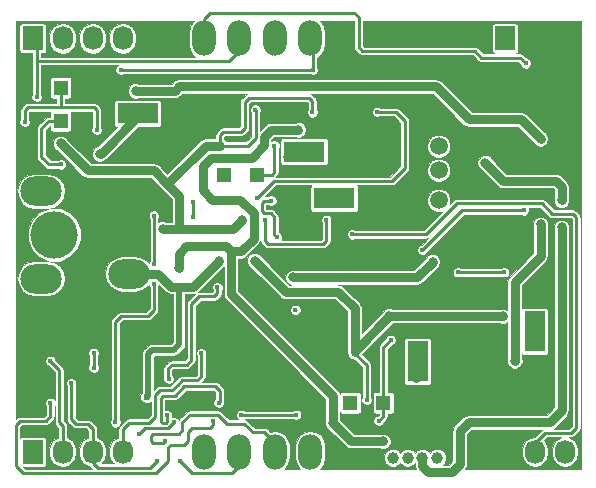
<source format=gbr>
G04 #@! TF.FileFunction,Copper,L2,Bot,Signal*
%FSLAX46Y46*%
G04 Gerber Fmt 4.6, Leading zero omitted, Abs format (unit mm)*
G04 Created by KiCad (PCBNEW 4.0.2+dfsg1-stable) date mån 26 dec 2016 15:24:10*
%MOMM*%
G01*
G04 APERTURE LIST*
%ADD10C,0.100000*%
%ADD11C,0.400000*%
%ADD12C,1.501140*%
%ADD13C,2.999740*%
%ADD14O,3.500000X2.500000*%
%ADD15O,2.500000X3.500000*%
%ADD16C,4.000000*%
%ADD17R,3.500120X1.800860*%
%ADD18O,2.000000X3.000000*%
%ADD19R,1.800860X3.500120*%
%ADD20R,1.300000X1.300000*%
%ADD21R,1.727200X2.032000*%
%ADD22O,1.727200X2.032000*%
%ADD23C,1.000000*%
%ADD24C,0.800000*%
%ADD25C,0.600000*%
%ADD26C,0.750000*%
%ADD27C,0.250000*%
%ADD28C,0.500000*%
%ADD29C,1.000000*%
G04 APERTURE END LIST*
D10*
D11*
X171272200Y-108280200D03*
X171272200Y-109931200D03*
X169113200Y-108331000D03*
X156946600Y-92786200D03*
X143230600Y-116560600D03*
X143230600Y-114681000D03*
X143891000Y-111379000D03*
X143891000Y-113004600D03*
X153339800Y-118541800D03*
X151104600Y-118491000D03*
X150139400Y-118491000D03*
X149936200Y-116713000D03*
X153390600Y-116814600D03*
X153390600Y-115036600D03*
X149936200Y-114935000D03*
X153390600Y-111480600D03*
X150850600Y-90754200D03*
X151866600Y-90754200D03*
X146481800Y-90754200D03*
X154508200Y-105537000D03*
X156692600Y-105537000D03*
X158724600Y-105181400D03*
D12*
X166875880Y-94106140D03*
X166875880Y-96646140D03*
X166875880Y-98678140D03*
X166875880Y-101218140D03*
D13*
X169542880Y-91058140D03*
X169542880Y-104774140D03*
D14*
X133230000Y-107840000D03*
X133230000Y-100440000D03*
X140630000Y-100840000D03*
D15*
X138430000Y-104140000D03*
D14*
X140630000Y-107440000D03*
D16*
X134330000Y-104140000D03*
D17*
X158028640Y-101028500D03*
X163027360Y-101028500D03*
D18*
X153000000Y-87500000D03*
X156000000Y-87500000D03*
X150000000Y-87500000D03*
X147000000Y-87500000D03*
X150000000Y-122500000D03*
X153000000Y-122500000D03*
X147000000Y-122500000D03*
X156000000Y-122500000D03*
D19*
X165100000Y-114848640D03*
X165100000Y-119847360D03*
D17*
X155488640Y-97078800D03*
X160487360Y-97078800D03*
X141391640Y-93853000D03*
X146390360Y-93853000D03*
D20*
X159382000Y-118364000D03*
X162182000Y-118364000D03*
X148714000Y-99060000D03*
X151514000Y-99060000D03*
X134874000Y-94491000D03*
X134874000Y-91691000D03*
D19*
X175006000Y-112308640D03*
X175006000Y-117307360D03*
D21*
X132500000Y-87500000D03*
D22*
X135040000Y-87500000D03*
X137580000Y-87500000D03*
X140120000Y-87500000D03*
D21*
X132500000Y-122500000D03*
D22*
X135040000Y-122500000D03*
X137580000Y-122500000D03*
X140120000Y-122500000D03*
D23*
X166750000Y-123000000D03*
X165500000Y-123000000D03*
X163000000Y-123000000D03*
X164250000Y-123000000D03*
D21*
X172500000Y-122500000D03*
D22*
X175040000Y-122500000D03*
X177580000Y-122500000D03*
D21*
X172500000Y-87500000D03*
D22*
X175040000Y-87500000D03*
X177580000Y-87500000D03*
D11*
X161620200Y-105181400D03*
X143992600Y-91059000D03*
X149580600Y-111023400D03*
X152781000Y-94310200D03*
D23*
X140690600Y-97409000D03*
X143433800Y-86537800D03*
X163296600Y-102743000D03*
X177520600Y-93853000D03*
X142722600Y-97409000D03*
X143992600Y-96393000D03*
X143992600Y-94615000D03*
X177520600Y-95123000D03*
X177520600Y-96393000D03*
X165074600Y-97053400D03*
X162483800Y-97053400D03*
X160756600Y-97053400D03*
X160756600Y-98577400D03*
X166852600Y-86995000D03*
X165328600Y-86995000D03*
X163804600Y-86995000D03*
X162280600Y-86995000D03*
X158470600Y-86995000D03*
X177469800Y-92583000D03*
X169240200Y-112750600D03*
X171424600Y-114071400D03*
X171424600Y-115595400D03*
X171424600Y-117221000D03*
X170154600Y-118135400D03*
X168884600Y-118084600D03*
X164058600Y-118745000D03*
X156286200Y-118135400D03*
X151714200Y-109093000D03*
X147040600Y-110871000D03*
X141401800Y-111887000D03*
X140436600Y-114528600D03*
X140436600Y-116713000D03*
X138658600Y-120624600D03*
X136728200Y-118389400D03*
X136626600Y-111887000D03*
X138201400Y-108839000D03*
X132461000Y-111887000D03*
X132410200Y-115697000D03*
X132461000Y-118999000D03*
X143484600Y-88519000D03*
X146532600Y-94615000D03*
D11*
X152400000Y-106197400D03*
X147269200Y-108661200D03*
X145719800Y-109423200D03*
X147447000Y-115036600D03*
X161315400Y-114046000D03*
X161391600Y-116459000D03*
X161188400Y-110998000D03*
X169138600Y-109905800D03*
X157022800Y-106832400D03*
D24*
X172313600Y-111023400D03*
X162712400Y-110998000D03*
D11*
X152146000Y-102870000D03*
D24*
X148343660Y-96570800D03*
X150215600Y-102870000D03*
D11*
X156184600Y-93751400D03*
X151361140Y-93538000D03*
D25*
X142174000Y-117856000D03*
D24*
X143510000Y-103632000D03*
X148285200Y-106324400D03*
X151307800Y-106324400D03*
D11*
X157353000Y-102870000D03*
D24*
X134874000Y-96393000D03*
D25*
X159766000Y-114089140D03*
D11*
X160782000Y-118110000D03*
D23*
X160000000Y-123000000D03*
X174980600Y-115697000D03*
X156692600Y-114046000D03*
X161681200Y-90119200D03*
X159781200Y-93726000D03*
X137899140Y-91186000D03*
X175006000Y-117307360D03*
X170500000Y-112776000D03*
X167995600Y-112776000D03*
X162791140Y-108966000D03*
D11*
X146373000Y-118610800D03*
X145473000Y-118610800D03*
X145473000Y-117710800D03*
X146373000Y-117710800D03*
X153982000Y-103320000D03*
X154882000Y-103320000D03*
X154882000Y-102420000D03*
X153982000Y-102420000D03*
X154178000Y-100558600D03*
X154686000Y-100558600D03*
D24*
X174900000Y-112000000D03*
D11*
X172415200Y-107289600D03*
X168503600Y-107289600D03*
X152704800Y-101244400D03*
X153162000Y-104343200D03*
D23*
X158666000Y-101193600D03*
D24*
X166370000Y-106426000D03*
X154559000Y-107721400D03*
D11*
X165506400Y-105410000D03*
X174091600Y-102057200D03*
X174244000Y-89611200D03*
X132842000Y-92456000D03*
X139954000Y-90170000D03*
X156210000Y-90170000D03*
X146050000Y-102616000D03*
X146050000Y-101346000D03*
X154752000Y-110490000D03*
D24*
X175514000Y-103251000D03*
X175514000Y-96012000D03*
X141224000Y-91948000D03*
X173329600Y-114808000D03*
X177292000Y-101219000D03*
X177292000Y-103505000D03*
X170815000Y-98044000D03*
D11*
X148145500Y-108585000D03*
X144018000Y-116332000D03*
X144449800Y-120015000D03*
X161671000Y-93726000D03*
X141500000Y-121000000D03*
X139500000Y-120000000D03*
X142773400Y-108305600D03*
X142773400Y-106578400D03*
X142773400Y-102514400D03*
X151500000Y-101000000D03*
X150180000Y-119380000D03*
X154813000Y-119380000D03*
X134896860Y-94234000D03*
X134874000Y-98171000D03*
X134896860Y-92136000D03*
X137922000Y-95250000D03*
X131826000Y-94554000D03*
X148640800Y-99110800D03*
X152958800Y-96570800D03*
X159385000Y-118364000D03*
X161798000Y-119888000D03*
X162814000Y-113030000D03*
D24*
X141351000Y-94191000D03*
X138176000Y-97282000D03*
X154094000Y-97536000D03*
X165016000Y-116078000D03*
D11*
X137668000Y-114122200D03*
X137668000Y-115366800D03*
X143687800Y-121615200D03*
X133985000Y-114808000D03*
X143002000Y-123317000D03*
X144957800Y-123317000D03*
X135763000Y-116713000D03*
X146761200Y-114147600D03*
D24*
X154990800Y-95250000D03*
X144856200Y-106934000D03*
X157911800Y-120040400D03*
X162153600Y-121615200D03*
D11*
X159562800Y-104089200D03*
X133985000Y-118364000D03*
X147802600Y-119913400D03*
X143891000Y-119405400D03*
X148259800Y-118364000D03*
D26*
X168706800Y-110998000D02*
X172288200Y-110998000D01*
X162712400Y-110998000D02*
X168706800Y-110998000D01*
X172288200Y-110998000D02*
X172313600Y-111023400D01*
X159766000Y-114089140D02*
X159766000Y-113944400D01*
X159766000Y-113944400D02*
X162712400Y-110998000D01*
X144907000Y-103632000D02*
X149453600Y-103632000D01*
X149453600Y-103632000D02*
X150215600Y-102870000D01*
D27*
X150444200Y-94437200D02*
X150444200Y-95072200D01*
X150444200Y-94437200D02*
X150444200Y-92887800D01*
X156184600Y-92811600D02*
X156184600Y-93751400D01*
X155905200Y-92532200D02*
X156184600Y-92811600D01*
X150799800Y-92532200D02*
X155905200Y-92532200D01*
X150444200Y-92887800D02*
X150799800Y-92532200D01*
X148343660Y-95699540D02*
X148343660Y-96570800D01*
X148640800Y-95402400D02*
X148343660Y-95699540D01*
X150114000Y-95402400D02*
X148640800Y-95402400D01*
X150444200Y-95072200D02*
X150114000Y-95402400D01*
X151384000Y-93560860D02*
X151361140Y-93538000D01*
X150759200Y-96586000D02*
X148358860Y-96586000D01*
X151384000Y-95961200D02*
X150759200Y-96586000D01*
X151384000Y-93560860D02*
X151384000Y-95961200D01*
D26*
X143903700Y-99834700D02*
X147167600Y-96570800D01*
X148343660Y-96570800D02*
X147167600Y-96570800D01*
D28*
X144907000Y-108508800D02*
X144907000Y-113411000D01*
X142240000Y-117790000D02*
X142174000Y-117856000D01*
X142240000Y-117790000D02*
X142240000Y-114236500D01*
X142240000Y-114236500D02*
X142621000Y-113855500D01*
X142621000Y-113855500D02*
X144462500Y-113855500D01*
X144462500Y-113855500D02*
X144907000Y-113411000D01*
D26*
X144907000Y-103632000D02*
X143510000Y-103632000D01*
X153924000Y-108966000D02*
X153924000Y-108940600D01*
X153924000Y-108940600D02*
X151307800Y-106324400D01*
X143127000Y-107440000D02*
X144195800Y-108508800D01*
X144195800Y-108508800D02*
X144907000Y-108508800D01*
X144907000Y-108508800D02*
X146100800Y-108508800D01*
X146100800Y-108508800D02*
X148285200Y-106324400D01*
X143127000Y-107440000D02*
X140630000Y-107440000D01*
X159766000Y-114089140D02*
X159766000Y-110363000D01*
X153924000Y-108966000D02*
X158369000Y-108966000D01*
X158369000Y-108966000D02*
X159766000Y-110363000D01*
D27*
X157353000Y-104648000D02*
X157353000Y-102870000D01*
X157353000Y-104648000D02*
X157099000Y-104902000D01*
X157099000Y-104902000D02*
X152400000Y-104902000D01*
X152400000Y-104902000D02*
X152146000Y-104648000D01*
X152146000Y-102870000D02*
X152146000Y-104648000D01*
D26*
X144907000Y-103632000D02*
X144907000Y-100838000D01*
X144907000Y-100838000D02*
X143903700Y-99834700D01*
X137160000Y-98679000D02*
X134874000Y-96393000D01*
X142748000Y-98679000D02*
X137160000Y-98679000D01*
X143903700Y-99834700D02*
X142748000Y-98679000D01*
D27*
X160782000Y-118110000D02*
X160782000Y-115189000D01*
X160782000Y-115189000D02*
X159788860Y-114195860D01*
X159788860Y-114195860D02*
X159788860Y-114112000D01*
X159766000Y-114134860D02*
X159766000Y-114173000D01*
X159766000Y-114173000D02*
X159766000Y-114089140D01*
X159788860Y-114112000D02*
X159766000Y-114134860D01*
D26*
X140630000Y-107440000D02*
X141924500Y-107440000D01*
D27*
X132435600Y-115570000D02*
X132435600Y-115697000D01*
X159994600Y-123012200D02*
X159994600Y-123005400D01*
X159994600Y-123005400D02*
X160000000Y-123000000D01*
X174980600Y-115697000D02*
X175006000Y-115722400D01*
X175006000Y-115722400D02*
X175006000Y-117307360D01*
X161645600Y-90170000D02*
X161645600Y-90154800D01*
X161645600Y-90154800D02*
X161681200Y-90119200D01*
X159781200Y-93726000D02*
X159740600Y-93726000D01*
X137899140Y-91186000D02*
X137896600Y-91186000D01*
X170500000Y-112776000D02*
X170535600Y-112776000D01*
X162791140Y-108966000D02*
X162788600Y-108966000D01*
D29*
X162763200Y-97063600D02*
X162778400Y-97063600D01*
X162778400Y-97063600D02*
X162788600Y-97053400D01*
D27*
X146380200Y-118592600D02*
X146380200Y-118603600D01*
X146380200Y-118603600D02*
X146373000Y-118610800D01*
X145465800Y-118592600D02*
X145465800Y-118603600D01*
X145465800Y-118603600D02*
X145473000Y-118610800D01*
X145465800Y-117729000D02*
X145465800Y-117718000D01*
X145465800Y-117718000D02*
X145473000Y-117710800D01*
X146380200Y-117729000D02*
X146380200Y-117718000D01*
X146380200Y-117718000D02*
X146373000Y-117710800D01*
X154025600Y-103378000D02*
X154025600Y-103363600D01*
X154025600Y-103363600D02*
X153982000Y-103320000D01*
X154914600Y-103378000D02*
X154914600Y-103352600D01*
X154914600Y-103352600D02*
X154882000Y-103320000D01*
X154914600Y-102362000D02*
X154914600Y-102387400D01*
X154914600Y-102387400D02*
X154882000Y-102420000D01*
X154025600Y-102362000D02*
X154025600Y-102376400D01*
X154025600Y-102376400D02*
X153982000Y-102420000D01*
D26*
X174900000Y-112000000D02*
X175006000Y-112106000D01*
X175006000Y-112106000D02*
X175006000Y-112308640D01*
D27*
X168503600Y-107289600D02*
X172415200Y-107289600D01*
X152704800Y-101244400D02*
X152095200Y-101244400D01*
X152095200Y-101244400D02*
X151917400Y-101422200D01*
X151917400Y-101422200D02*
X151917400Y-102108000D01*
X151917400Y-102108000D02*
X152120600Y-102311200D01*
X152120600Y-102311200D02*
X152654000Y-102311200D01*
X152654000Y-102311200D02*
X152958800Y-102616000D01*
X152958800Y-102616000D02*
X152958800Y-104140000D01*
X152958800Y-104140000D02*
X153162000Y-104343200D01*
X158666000Y-101193600D02*
X158500900Y-101028500D01*
D26*
X162814000Y-107721400D02*
X165074600Y-107721400D01*
X154559000Y-107721400D02*
X162814000Y-107721400D01*
X165074600Y-107721400D02*
X166370000Y-106426000D01*
D27*
X159054800Y-85344000D02*
X159740600Y-85344000D01*
X165506400Y-105410000D02*
X168859200Y-102057200D01*
X168859200Y-102057200D02*
X174091600Y-102057200D01*
X174244000Y-89611200D02*
X173761400Y-89128600D01*
X173761400Y-89128600D02*
X170484800Y-89128600D01*
X170484800Y-89128600D02*
X169926000Y-88569800D01*
X169926000Y-88569800D02*
X160426400Y-88569800D01*
X160426400Y-88569800D02*
X160096200Y-88239600D01*
X159054800Y-85344000D02*
X147523200Y-85344000D01*
X147523200Y-85344000D02*
X147000000Y-85867200D01*
X147000000Y-87500000D02*
X147000000Y-85867200D01*
X160096200Y-85699600D02*
X160096200Y-88239600D01*
X159740600Y-85344000D02*
X160096200Y-85699600D01*
X149796800Y-87406400D02*
X149796800Y-88709200D01*
X149796800Y-88709200D02*
X149098000Y-89408000D01*
X149098000Y-89408000D02*
X132842000Y-89408000D01*
X132500000Y-87500000D02*
X132500000Y-87923000D01*
X132500000Y-87923000D02*
X132842000Y-88265000D01*
X132842000Y-88265000D02*
X132842000Y-89408000D01*
X132842000Y-89408000D02*
X132842000Y-92456000D01*
X132500000Y-88177000D02*
X132500000Y-87500000D01*
X156210000Y-90170000D02*
X156210000Y-87710000D01*
X156210000Y-87710000D02*
X156000000Y-87500000D01*
X139954000Y-90170000D02*
X156210000Y-90170000D01*
X146050000Y-101346000D02*
X146050000Y-102616000D01*
X152796800Y-88788800D02*
X152796800Y-87406400D01*
X154752000Y-110490000D02*
X154813000Y-110490000D01*
D26*
X175514000Y-96012000D02*
X173863000Y-94361000D01*
X173863000Y-94361000D02*
X169418000Y-94361000D01*
X169418000Y-94361000D02*
X166624000Y-91567000D01*
X166624000Y-91567000D02*
X144907000Y-91567000D01*
X144907000Y-91567000D02*
X144526000Y-91948000D01*
X144526000Y-91948000D02*
X141224000Y-91948000D01*
X175514000Y-105943400D02*
X175514000Y-103251000D01*
X173329600Y-108127800D02*
X175514000Y-105943400D01*
X173329600Y-114808000D02*
X173329600Y-108127800D01*
X176784000Y-99568000D02*
X177292000Y-100076000D01*
X177292000Y-100076000D02*
X177292000Y-101219000D01*
X177292000Y-103505000D02*
X177292000Y-118999000D01*
X177292000Y-118999000D02*
X176276000Y-120015000D01*
X176276000Y-120015000D02*
X169418000Y-120015000D01*
X169418000Y-120015000D02*
X168656000Y-120777000D01*
X168656000Y-120777000D02*
X168656000Y-123571000D01*
X168656000Y-123571000D02*
X168021000Y-124206000D01*
X168021000Y-124206000D02*
X165989000Y-124206000D01*
X165989000Y-124206000D02*
X165500000Y-123717000D01*
X165500000Y-123000000D02*
X165500000Y-123717000D01*
X172339000Y-99568000D02*
X173482000Y-99568000D01*
X170815000Y-98044000D02*
X172339000Y-99568000D01*
X173482000Y-99568000D02*
X176784000Y-99568000D01*
D27*
X148145500Y-109029500D02*
X148145500Y-108585000D01*
X147828000Y-109347000D02*
X148145500Y-109029500D01*
X146558000Y-109347000D02*
X147828000Y-109347000D01*
X145923000Y-109982000D02*
X146558000Y-109347000D01*
X145923000Y-114744500D02*
X145923000Y-109982000D01*
X145542000Y-115125500D02*
X145923000Y-114744500D01*
X144272000Y-115125500D02*
X145542000Y-115125500D01*
X143954500Y-115443000D02*
X144272000Y-115125500D01*
X143954500Y-116268500D02*
X143954500Y-115443000D01*
X144018000Y-116332000D02*
X143954500Y-116268500D01*
X144449800Y-120015000D02*
X144467400Y-120032600D01*
X144467400Y-120032600D02*
X144500000Y-120000000D01*
X144500000Y-120000000D02*
X144000000Y-120500000D01*
X144000000Y-120500000D02*
X142000000Y-120500000D01*
X142000000Y-120500000D02*
X141500000Y-121000000D01*
X139500000Y-120000000D02*
X139500000Y-111500000D01*
X139500000Y-111500000D02*
X140000000Y-111000000D01*
X142773400Y-106578400D02*
X142773400Y-102514400D01*
X151500000Y-101000000D02*
X152932000Y-99568000D01*
X152932000Y-99568000D02*
X162932000Y-99568000D01*
X162932000Y-99568000D02*
X164000000Y-98500000D01*
X164000000Y-98500000D02*
X164000000Y-94500000D01*
X164000000Y-94500000D02*
X163226000Y-93726000D01*
X163226000Y-93726000D02*
X161671000Y-93726000D01*
X142773400Y-110490000D02*
X142773400Y-108305600D01*
X142263400Y-111000000D02*
X142773400Y-110490000D01*
X140000000Y-111000000D02*
X142263400Y-111000000D01*
X150180000Y-119380000D02*
X154813000Y-119380000D01*
X134896860Y-94234000D02*
X134874000Y-94256860D01*
X134874000Y-94256860D02*
X134874000Y-94491000D01*
X134874000Y-94491000D02*
X133855000Y-94491000D01*
X133858000Y-98171000D02*
X134874000Y-98171000D01*
X133223000Y-97536000D02*
X133858000Y-98171000D01*
X133223000Y-95123000D02*
X133223000Y-97536000D01*
X133855000Y-94491000D02*
X133223000Y-95123000D01*
X134896860Y-92136000D02*
X134874000Y-92113140D01*
X134874000Y-92113140D02*
X134874000Y-91691000D01*
X134874000Y-91691000D02*
X134874000Y-93345000D01*
X134874000Y-93345000D02*
X137668000Y-93345000D01*
X137922000Y-93599000D02*
X137922000Y-95250000D01*
X137668000Y-93345000D02*
X137922000Y-93599000D01*
X134493000Y-93345000D02*
X134874000Y-93345000D01*
X131826000Y-93599000D02*
X131826000Y-94554000D01*
X131826000Y-93599000D02*
X132080000Y-93345000D01*
X132080000Y-93345000D02*
X134493000Y-93345000D01*
X148640800Y-99110800D02*
X148691600Y-99060000D01*
X148691600Y-99060000D02*
X148714000Y-99060000D01*
X152730200Y-99060000D02*
X151514000Y-99060000D01*
X152958800Y-98831400D02*
X152730200Y-99060000D01*
X152958800Y-96570800D02*
X152958800Y-98831400D01*
X159385000Y-118364000D02*
X159382000Y-118364000D01*
X162182000Y-118364000D02*
X162182000Y-119504000D01*
X162182000Y-119504000D02*
X161798000Y-119888000D01*
X162182000Y-118364000D02*
X162182000Y-113662000D01*
X162182000Y-113662000D02*
X162814000Y-113030000D01*
D26*
X141351000Y-94191000D02*
X138260000Y-97282000D01*
X138260000Y-97282000D02*
X138176000Y-97282000D01*
X165016000Y-116078000D02*
X164973000Y-116121000D01*
X164973000Y-116121000D02*
X164973000Y-116245640D01*
X164973000Y-116121000D02*
X164973000Y-116245640D01*
D27*
X137668000Y-115366800D02*
X137668000Y-114122200D01*
X145821400Y-119354600D02*
X145186400Y-119989600D01*
X150393400Y-120116600D02*
X148945600Y-120116600D01*
X151130000Y-120853200D02*
X150393400Y-120116600D01*
X152120600Y-120853200D02*
X151130000Y-120853200D01*
X153000000Y-121732600D02*
X152120600Y-120853200D01*
X145821400Y-119354600D02*
X148183600Y-119354600D01*
X148183600Y-119354600D02*
X148945600Y-120116600D01*
X145186400Y-120650000D02*
X144856200Y-120980200D01*
X142722600Y-120980200D02*
X144856200Y-120980200D01*
X142722600Y-121742200D02*
X142544800Y-121564400D01*
X142544800Y-121564400D02*
X142544800Y-121158000D01*
X142544800Y-121158000D02*
X142722600Y-120980200D01*
X143560800Y-121742200D02*
X142722600Y-121742200D01*
X143687800Y-121615200D02*
X143560800Y-121742200D01*
X145186400Y-120650000D02*
X145186400Y-119989600D01*
X153000000Y-122500000D02*
X153000000Y-121732600D01*
X135040000Y-122500000D02*
X135040000Y-120308000D01*
X134747000Y-115570000D02*
X133985000Y-114808000D01*
X134747000Y-120015000D02*
X134747000Y-115570000D01*
X135040000Y-120308000D02*
X134747000Y-120015000D01*
X153035000Y-123748800D02*
X153035000Y-122535000D01*
X153035000Y-122535000D02*
X153000000Y-122500000D01*
X142461402Y-123857598D02*
X137998200Y-123857598D01*
X137998200Y-123857598D02*
X137580000Y-123439398D01*
X142461402Y-123857598D02*
X143002000Y-123317000D01*
X150000000Y-122500000D02*
X150000000Y-123735800D01*
X150000000Y-123735800D02*
X149402800Y-124333000D01*
X143002000Y-123317000D02*
X142461402Y-123857598D01*
X145973800Y-124333000D02*
X144957800Y-123317000D01*
X149402800Y-124333000D02*
X145973800Y-124333000D01*
X137580000Y-123439398D02*
X137580000Y-122500000D01*
X137580000Y-122500000D02*
X137580000Y-120562000D01*
X135763000Y-119761000D02*
X135763000Y-116713000D01*
X136144000Y-120142000D02*
X135763000Y-119761000D01*
X137160000Y-120142000D02*
X136144000Y-120142000D01*
X137580000Y-120562000D02*
X137160000Y-120142000D01*
X144780000Y-116840000D02*
X145161000Y-116459000D01*
X140120000Y-122500000D02*
X140120000Y-120585600D01*
X140665200Y-120040400D02*
X140120000Y-120585600D01*
X142392400Y-120040400D02*
X140665200Y-120040400D01*
X142900400Y-119532400D02*
X142392400Y-120040400D01*
X142900400Y-117678200D02*
X142900400Y-119532400D01*
X143281400Y-117297200D02*
X142900400Y-117678200D01*
X144322800Y-117297200D02*
X143281400Y-117297200D01*
X144780000Y-116840000D02*
X144322800Y-117297200D01*
X146761200Y-116128800D02*
X146761200Y-114147600D01*
X146431000Y-116459000D02*
X146761200Y-116128800D01*
X145161000Y-116459000D02*
X146431000Y-116459000D01*
X146761200Y-114096800D02*
X146761200Y-114147600D01*
X146761200Y-114147600D02*
X146761200Y-114096800D01*
D26*
X146939000Y-98272600D02*
X146939000Y-100355400D01*
X147624800Y-97586800D02*
X146939000Y-98272600D01*
X151053800Y-97586800D02*
X147624800Y-97586800D01*
X152095200Y-96545400D02*
X151053800Y-97586800D01*
X152095200Y-95859600D02*
X152095200Y-96545400D01*
X152704800Y-95250000D02*
X152095200Y-95859600D01*
X154990800Y-95250000D02*
X152704800Y-95250000D01*
X150139400Y-105511600D02*
X151206200Y-104444800D01*
X151206200Y-104444800D02*
X151206200Y-102285800D01*
X151206200Y-102285800D02*
X150063200Y-101142800D01*
X150063200Y-101142800D02*
X147726400Y-101142800D01*
X150139400Y-105511600D02*
X149301200Y-105511600D01*
X146939000Y-100355400D02*
X147726400Y-101142800D01*
X149301200Y-105613200D02*
X149301200Y-105511600D01*
X150647400Y-110490000D02*
X150406100Y-110248700D01*
X150406100Y-110248700D02*
X149301200Y-109143800D01*
X149301200Y-109143800D02*
X149301200Y-105613200D01*
X157911800Y-120040400D02*
X157911800Y-117754400D01*
X157911800Y-117754400D02*
X150647400Y-110490000D01*
X149301200Y-105511600D02*
X148844000Y-105054400D01*
X148844000Y-105054400D02*
X145516600Y-105054400D01*
X145516600Y-105054400D02*
X144856200Y-105714800D01*
X144856200Y-105714800D02*
X144856200Y-106934000D01*
X159461200Y-121589800D02*
X157911800Y-120040400D01*
X162128200Y-121589800D02*
X159461200Y-121589800D01*
X162153600Y-121615200D02*
X162128200Y-121589800D01*
D27*
X178231800Y-102336600D02*
X178511200Y-102616000D01*
X175895000Y-120904000D02*
X178054000Y-120904000D01*
X178511200Y-120446800D02*
X178054000Y-120904000D01*
X178511200Y-102616000D02*
X178511200Y-120446800D01*
X175040000Y-121759000D02*
X175895000Y-120904000D01*
X165785800Y-104089200D02*
X168402000Y-101473000D01*
X168402000Y-101473000D02*
X175590200Y-101473000D01*
X175590200Y-101473000D02*
X176453800Y-102336600D01*
X176453800Y-102336600D02*
X178231800Y-102336600D01*
X165785800Y-104089200D02*
X159562800Y-104089200D01*
X175040000Y-122500000D02*
X175040000Y-121759000D01*
X159613600Y-104038400D02*
X159562800Y-104089200D01*
X144195800Y-121894600D02*
X145338800Y-121894600D01*
X145338800Y-121894600D02*
X145669000Y-121564400D01*
X145669000Y-121564400D02*
X145669000Y-120827800D01*
X143967200Y-122123200D02*
X143967200Y-123291600D01*
X143967200Y-123291600D02*
X142951200Y-124307600D01*
X142951200Y-124307600D02*
X131699000Y-124307600D01*
X131699000Y-124307600D02*
X131064000Y-123672600D01*
X131064000Y-123672600D02*
X131064000Y-120269000D01*
X131064000Y-120269000D02*
X131445000Y-119888000D01*
X131445000Y-119888000D02*
X133604000Y-119888000D01*
X133604000Y-119888000D02*
X133985000Y-119507000D01*
X133985000Y-119507000D02*
X133985000Y-118364000D01*
X147497800Y-120472200D02*
X147777200Y-120192800D01*
X146862800Y-120472200D02*
X147497800Y-120472200D01*
X146024600Y-120472200D02*
X146862800Y-120472200D01*
X145669000Y-120827800D02*
X146024600Y-120472200D01*
X143967200Y-122123200D02*
X144195800Y-121894600D01*
X147777200Y-119938800D02*
X147777200Y-120192800D01*
X147802600Y-119913400D02*
X147777200Y-119938800D01*
X143350402Y-117983000D02*
X143350402Y-119931602D01*
X143553602Y-117779800D02*
X143350402Y-117983000D01*
X143637000Y-117779800D02*
X143553602Y-117779800D01*
X143637000Y-117779800D02*
X144526000Y-117779800D01*
X143891000Y-119405400D02*
X143891000Y-119964200D01*
X143891000Y-119964200D02*
X143805202Y-120049998D01*
X143805202Y-120049998D02*
X143468798Y-120049998D01*
X143468798Y-120049998D02*
X143350402Y-119931602D01*
X148336000Y-118287800D02*
X148259800Y-118364000D01*
X148336000Y-117322600D02*
X148336000Y-118287800D01*
X147980400Y-116967000D02*
X148336000Y-117322600D01*
X145338800Y-116967000D02*
X147980400Y-116967000D01*
X144526000Y-117779800D02*
X145338800Y-116967000D01*
X143604402Y-117779800D02*
X143637000Y-117779800D01*
D10*
G36*
X146116117Y-86081832D02*
X145845151Y-86487361D01*
X145750000Y-86965715D01*
X145750000Y-88034285D01*
X145845151Y-88512639D01*
X146116117Y-88918168D01*
X146287975Y-89033000D01*
X133217000Y-89033000D01*
X133217000Y-88770897D01*
X133363600Y-88770897D01*
X133456244Y-88753465D01*
X133541332Y-88698712D01*
X133598415Y-88615169D01*
X133618497Y-88516000D01*
X133618497Y-87322798D01*
X133926400Y-87322798D01*
X133926400Y-87677202D01*
X134011168Y-88103358D01*
X134252566Y-88464636D01*
X134613844Y-88706034D01*
X135040000Y-88790802D01*
X135466156Y-88706034D01*
X135827434Y-88464636D01*
X136068832Y-88103358D01*
X136153600Y-87677202D01*
X136153600Y-87322798D01*
X136466400Y-87322798D01*
X136466400Y-87677202D01*
X136551168Y-88103358D01*
X136792566Y-88464636D01*
X137153844Y-88706034D01*
X137580000Y-88790802D01*
X138006156Y-88706034D01*
X138367434Y-88464636D01*
X138608832Y-88103358D01*
X138693600Y-87677202D01*
X138693600Y-87322798D01*
X139006400Y-87322798D01*
X139006400Y-87677202D01*
X139091168Y-88103358D01*
X139332566Y-88464636D01*
X139693844Y-88706034D01*
X140120000Y-88790802D01*
X140546156Y-88706034D01*
X140907434Y-88464636D01*
X141148832Y-88103358D01*
X141233600Y-87677202D01*
X141233600Y-87322798D01*
X141148832Y-86896642D01*
X140907434Y-86535364D01*
X140546156Y-86293966D01*
X140120000Y-86209198D01*
X139693844Y-86293966D01*
X139332566Y-86535364D01*
X139091168Y-86896642D01*
X139006400Y-87322798D01*
X138693600Y-87322798D01*
X138608832Y-86896642D01*
X138367434Y-86535364D01*
X138006156Y-86293966D01*
X137580000Y-86209198D01*
X137153844Y-86293966D01*
X136792566Y-86535364D01*
X136551168Y-86896642D01*
X136466400Y-87322798D01*
X136153600Y-87322798D01*
X136068832Y-86896642D01*
X135827434Y-86535364D01*
X135466156Y-86293966D01*
X135040000Y-86209198D01*
X134613844Y-86293966D01*
X134252566Y-86535364D01*
X134011168Y-86896642D01*
X133926400Y-87322798D01*
X133618497Y-87322798D01*
X133618497Y-86484000D01*
X133601065Y-86391356D01*
X133546312Y-86306268D01*
X133462769Y-86249185D01*
X133363600Y-86229103D01*
X131636400Y-86229103D01*
X131543756Y-86246535D01*
X131458668Y-86301288D01*
X131401585Y-86384831D01*
X131381503Y-86484000D01*
X131381503Y-88516000D01*
X131398935Y-88608644D01*
X131453688Y-88693732D01*
X131537231Y-88750815D01*
X131636400Y-88770897D01*
X132467000Y-88770897D01*
X132467000Y-92194505D01*
X132460731Y-92200763D01*
X132392078Y-92366097D01*
X132391922Y-92545118D01*
X132460286Y-92710572D01*
X132586763Y-92837269D01*
X132752097Y-92905922D01*
X132931118Y-92906078D01*
X133096572Y-92837714D01*
X133223269Y-92711237D01*
X133291922Y-92545903D01*
X133292078Y-92366882D01*
X133223714Y-92201428D01*
X133217000Y-92194702D01*
X133217000Y-89783000D01*
X139712221Y-89783000D01*
X139699428Y-89788286D01*
X139572731Y-89914763D01*
X139504078Y-90080097D01*
X139503922Y-90259118D01*
X139572286Y-90424572D01*
X139698763Y-90551269D01*
X139864097Y-90619922D01*
X140043118Y-90620078D01*
X140208572Y-90551714D01*
X140215298Y-90545000D01*
X155948505Y-90545000D01*
X155954763Y-90551269D01*
X156120097Y-90619922D01*
X156299118Y-90620078D01*
X156464572Y-90551714D01*
X156591269Y-90425237D01*
X156659922Y-90259903D01*
X156660078Y-90080882D01*
X156591714Y-89915428D01*
X156585000Y-89908702D01*
X156585000Y-89117875D01*
X156883883Y-88918168D01*
X157154849Y-88512639D01*
X157250000Y-88034285D01*
X157250000Y-86965715D01*
X157154849Y-86487361D01*
X156883883Y-86081832D01*
X156836243Y-86050000D01*
X159721200Y-86050000D01*
X159721200Y-88239600D01*
X159749745Y-88383107D01*
X159831035Y-88504765D01*
X160161235Y-88834965D01*
X160282893Y-88916255D01*
X160426400Y-88944800D01*
X169770670Y-88944800D01*
X170219635Y-89393765D01*
X170341294Y-89475055D01*
X170484800Y-89503600D01*
X173606070Y-89503600D01*
X173793930Y-89691460D01*
X173793922Y-89700318D01*
X173862286Y-89865772D01*
X173988763Y-89992469D01*
X174154097Y-90061122D01*
X174333118Y-90061278D01*
X174498572Y-89992914D01*
X174625269Y-89866437D01*
X174693922Y-89701103D01*
X174694078Y-89522082D01*
X174625714Y-89356628D01*
X174499237Y-89229931D01*
X174333903Y-89161278D01*
X174324400Y-89161270D01*
X174026565Y-88863435D01*
X173904907Y-88782145D01*
X173761400Y-88753600D01*
X173455527Y-88753600D01*
X173456244Y-88753465D01*
X173541332Y-88698712D01*
X173598415Y-88615169D01*
X173618497Y-88516000D01*
X173618497Y-86484000D01*
X173601065Y-86391356D01*
X173546312Y-86306268D01*
X173462769Y-86249185D01*
X173363600Y-86229103D01*
X171636400Y-86229103D01*
X171543756Y-86246535D01*
X171458668Y-86301288D01*
X171401585Y-86384831D01*
X171381503Y-86484000D01*
X171381503Y-88516000D01*
X171398935Y-88608644D01*
X171453688Y-88693732D01*
X171537231Y-88750815D01*
X171550984Y-88753600D01*
X170640130Y-88753600D01*
X170191165Y-88304635D01*
X170069507Y-88223345D01*
X169926000Y-88194800D01*
X160581730Y-88194800D01*
X160471200Y-88084270D01*
X160471200Y-86050000D01*
X178950000Y-86050000D01*
X178950000Y-123950000D01*
X169139998Y-123950000D01*
X169233425Y-123810177D01*
X169245848Y-123747723D01*
X169281001Y-123571000D01*
X169281000Y-123570995D01*
X169281000Y-121035884D01*
X169676884Y-120640000D01*
X175628670Y-120640000D01*
X175056241Y-121212429D01*
X175040000Y-121209198D01*
X174613844Y-121293966D01*
X174252566Y-121535364D01*
X174011168Y-121896642D01*
X173926400Y-122322798D01*
X173926400Y-122677202D01*
X174011168Y-123103358D01*
X174252566Y-123464636D01*
X174613844Y-123706034D01*
X175040000Y-123790802D01*
X175466156Y-123706034D01*
X175827434Y-123464636D01*
X176068832Y-123103358D01*
X176153600Y-122677202D01*
X176153600Y-122322798D01*
X176068832Y-121896642D01*
X175827434Y-121535364D01*
X175807371Y-121521959D01*
X176050330Y-121279000D01*
X177229083Y-121279000D01*
X177153844Y-121293966D01*
X176792566Y-121535364D01*
X176551168Y-121896642D01*
X176466400Y-122322798D01*
X176466400Y-122677202D01*
X176551168Y-123103358D01*
X176792566Y-123464636D01*
X177153844Y-123706034D01*
X177580000Y-123790802D01*
X178006156Y-123706034D01*
X178367434Y-123464636D01*
X178608832Y-123103358D01*
X178693600Y-122677202D01*
X178693600Y-122322798D01*
X178608832Y-121896642D01*
X178367434Y-121535364D01*
X178006156Y-121293966D01*
X177930917Y-121279000D01*
X178054000Y-121279000D01*
X178197507Y-121250455D01*
X178319165Y-121169165D01*
X178776365Y-120711965D01*
X178822108Y-120643506D01*
X178857655Y-120590306D01*
X178886200Y-120446800D01*
X178886200Y-102616000D01*
X178883717Y-102603518D01*
X178857655Y-102472493D01*
X178776365Y-102350835D01*
X178496965Y-102071435D01*
X178375307Y-101990145D01*
X178231800Y-101961600D01*
X176609130Y-101961600D01*
X175855365Y-101207835D01*
X175733707Y-101126545D01*
X175590200Y-101098000D01*
X168402000Y-101098000D01*
X168258494Y-101126545D01*
X168136835Y-101207835D01*
X167840519Y-101504151D01*
X167876276Y-101418039D01*
X167876623Y-101019988D01*
X167724616Y-100652103D01*
X167443397Y-100370393D01*
X167075779Y-100217744D01*
X166677728Y-100217397D01*
X166309843Y-100369404D01*
X166028133Y-100650623D01*
X165875484Y-101018241D01*
X165875137Y-101416292D01*
X166027144Y-101784177D01*
X166308363Y-102065887D01*
X166675981Y-102218536D01*
X167074032Y-102218883D01*
X167162229Y-102182441D01*
X165630470Y-103714200D01*
X159824295Y-103714200D01*
X159818037Y-103707931D01*
X159652703Y-103639278D01*
X159473682Y-103639122D01*
X159308228Y-103707486D01*
X159181531Y-103833963D01*
X159112878Y-103999297D01*
X159112722Y-104178318D01*
X159181086Y-104343772D01*
X159307563Y-104470469D01*
X159472897Y-104539122D01*
X159651918Y-104539278D01*
X159817372Y-104470914D01*
X159824098Y-104464200D01*
X165785800Y-104464200D01*
X165929307Y-104435655D01*
X165992921Y-104393149D01*
X165426140Y-104959930D01*
X165417282Y-104959922D01*
X165251828Y-105028286D01*
X165125131Y-105154763D01*
X165056478Y-105320097D01*
X165056322Y-105499118D01*
X165124686Y-105664572D01*
X165251163Y-105791269D01*
X165416497Y-105859922D01*
X165595518Y-105860078D01*
X165760972Y-105791714D01*
X165887669Y-105665237D01*
X165956322Y-105499903D01*
X165956330Y-105490400D01*
X169014530Y-102432200D01*
X173830105Y-102432200D01*
X173836363Y-102438469D01*
X174001697Y-102507122D01*
X174180718Y-102507278D01*
X174346172Y-102438914D01*
X174472869Y-102312437D01*
X174541522Y-102147103D01*
X174541678Y-101968082D01*
X174492061Y-101848000D01*
X175434870Y-101848000D01*
X176188635Y-102601765D01*
X176310294Y-102683055D01*
X176453800Y-102711600D01*
X178076470Y-102711600D01*
X178136200Y-102771330D01*
X178136200Y-120291470D01*
X177898670Y-120529000D01*
X176610099Y-120529000D01*
X176717942Y-120456942D01*
X177733942Y-119440942D01*
X177869425Y-119238177D01*
X177917000Y-118999000D01*
X177917000Y-103694795D01*
X177941887Y-103634860D01*
X177942112Y-103376274D01*
X177843364Y-103137286D01*
X177660676Y-102954278D01*
X177421860Y-102855113D01*
X177163274Y-102854888D01*
X176924286Y-102953636D01*
X176741278Y-103136324D01*
X176642113Y-103375140D01*
X176641888Y-103633726D01*
X176667000Y-103694502D01*
X176667000Y-118740116D01*
X176017116Y-119390000D01*
X169418005Y-119390000D01*
X169418000Y-119389999D01*
X169178823Y-119437575D01*
X168976058Y-119573058D01*
X168214058Y-120335058D01*
X168078575Y-120537823D01*
X168031000Y-120777000D01*
X168031000Y-123312117D01*
X167762116Y-123581000D01*
X167229571Y-123581000D01*
X167385448Y-123425395D01*
X167499869Y-123149839D01*
X167500130Y-122851470D01*
X167386189Y-122575714D01*
X167175395Y-122364552D01*
X166899839Y-122250131D01*
X166601470Y-122249870D01*
X166325714Y-122363811D01*
X166124835Y-122564340D01*
X165925395Y-122364552D01*
X165649839Y-122250131D01*
X165351470Y-122249870D01*
X165075714Y-122363811D01*
X164874835Y-122564340D01*
X164675395Y-122364552D01*
X164399839Y-122250131D01*
X164101470Y-122249870D01*
X163825714Y-122363811D01*
X163624835Y-122564340D01*
X163425395Y-122364552D01*
X163149839Y-122250131D01*
X162851470Y-122249870D01*
X162575714Y-122363811D01*
X162364552Y-122574605D01*
X162250131Y-122850161D01*
X162249870Y-123148530D01*
X162363811Y-123424286D01*
X162574605Y-123635448D01*
X162850161Y-123749869D01*
X163148530Y-123750130D01*
X163424286Y-123636189D01*
X163625165Y-123435660D01*
X163824605Y-123635448D01*
X164100161Y-123749869D01*
X164398530Y-123750130D01*
X164674286Y-123636189D01*
X164875000Y-123435825D01*
X164875000Y-123717000D01*
X164921346Y-123950000D01*
X156836243Y-123950000D01*
X156883883Y-123918168D01*
X157154849Y-123512639D01*
X157250000Y-123034285D01*
X157250000Y-121965715D01*
X157154849Y-121487361D01*
X156883883Y-121081832D01*
X156478354Y-120810866D01*
X156000000Y-120715715D01*
X155521646Y-120810866D01*
X155116117Y-121081832D01*
X154845151Y-121487361D01*
X154750000Y-121965715D01*
X154750000Y-123034285D01*
X154845151Y-123512639D01*
X155116117Y-123918168D01*
X155163757Y-123950000D01*
X153836243Y-123950000D01*
X153883883Y-123918168D01*
X154154849Y-123512639D01*
X154250000Y-123034285D01*
X154250000Y-121965715D01*
X154154849Y-121487361D01*
X153883883Y-121081832D01*
X153478354Y-120810866D01*
X153000000Y-120715715D01*
X152594170Y-120796440D01*
X152385765Y-120588035D01*
X152264107Y-120506745D01*
X152120600Y-120478200D01*
X151285330Y-120478200D01*
X150658565Y-119851435D01*
X150536907Y-119770145D01*
X150460767Y-119755000D01*
X154551505Y-119755000D01*
X154557763Y-119761269D01*
X154723097Y-119829922D01*
X154902118Y-119830078D01*
X155067572Y-119761714D01*
X155194269Y-119635237D01*
X155262922Y-119469903D01*
X155263078Y-119290882D01*
X155194714Y-119125428D01*
X155068237Y-118998731D01*
X154902903Y-118930078D01*
X154723882Y-118929922D01*
X154558428Y-118998286D01*
X154551702Y-119005000D01*
X150441495Y-119005000D01*
X150435237Y-118998731D01*
X150269903Y-118930078D01*
X150090882Y-118929922D01*
X149925428Y-118998286D01*
X149798731Y-119124763D01*
X149730078Y-119290097D01*
X149729922Y-119469118D01*
X149798286Y-119634572D01*
X149905128Y-119741600D01*
X149100930Y-119741600D01*
X148448765Y-119089435D01*
X148327107Y-119008145D01*
X148183600Y-118979600D01*
X145821400Y-118979600D01*
X145677894Y-119008145D01*
X145556235Y-119089435D01*
X144921235Y-119724435D01*
X144856607Y-119821157D01*
X144831514Y-119760428D01*
X144705037Y-119633731D01*
X144539703Y-119565078D01*
X144360682Y-119564922D01*
X144301934Y-119589196D01*
X144340922Y-119495303D01*
X144341078Y-119316282D01*
X144272714Y-119150828D01*
X144146237Y-119024131D01*
X143980903Y-118955478D01*
X143801882Y-118955322D01*
X143725402Y-118986923D01*
X143725402Y-118154800D01*
X144526000Y-118154800D01*
X144669507Y-118126255D01*
X144791165Y-118044965D01*
X145494130Y-117342000D01*
X147825070Y-117342000D01*
X147961000Y-117477930D01*
X147961000Y-118026437D01*
X147878531Y-118108763D01*
X147809878Y-118274097D01*
X147809722Y-118453118D01*
X147878086Y-118618572D01*
X148004563Y-118745269D01*
X148169897Y-118813922D01*
X148348918Y-118814078D01*
X148514372Y-118745714D01*
X148641069Y-118619237D01*
X148709722Y-118453903D01*
X148709862Y-118293522D01*
X148711000Y-118287800D01*
X148711000Y-117322600D01*
X148704516Y-117290001D01*
X148682455Y-117179093D01*
X148601165Y-117057435D01*
X148245565Y-116701835D01*
X148123907Y-116620545D01*
X147980400Y-116592000D01*
X146828330Y-116592000D01*
X147026365Y-116393965D01*
X147107655Y-116272307D01*
X147136200Y-116128800D01*
X147136200Y-114409095D01*
X147142469Y-114402837D01*
X147211122Y-114237503D01*
X147211278Y-114058482D01*
X147142914Y-113893028D01*
X147016437Y-113766331D01*
X146851103Y-113697678D01*
X146672082Y-113697522D01*
X146506628Y-113765886D01*
X146379931Y-113892363D01*
X146311278Y-114057697D01*
X146311122Y-114236718D01*
X146379486Y-114402172D01*
X146386200Y-114408898D01*
X146386200Y-115973470D01*
X146275670Y-116084000D01*
X145161000Y-116084000D01*
X145017494Y-116112545D01*
X144993167Y-116128800D01*
X144895835Y-116193835D01*
X144167470Y-116922200D01*
X143281400Y-116922200D01*
X143137894Y-116950745D01*
X143016235Y-117032035D01*
X142740000Y-117308270D01*
X142740000Y-114443606D01*
X142828107Y-114355500D01*
X144462500Y-114355500D01*
X144653842Y-114317440D01*
X144816053Y-114209053D01*
X145260553Y-113764553D01*
X145368940Y-113602342D01*
X145385618Y-113518493D01*
X145407000Y-113411000D01*
X145407000Y-109133800D01*
X146100800Y-109133800D01*
X146275650Y-109099020D01*
X145657835Y-109716835D01*
X145576545Y-109838493D01*
X145561809Y-109912575D01*
X145548000Y-109982000D01*
X145548000Y-114589170D01*
X145386670Y-114750500D01*
X144272000Y-114750500D01*
X144128494Y-114779045D01*
X144006835Y-114860335D01*
X143689335Y-115177835D01*
X143608045Y-115299493D01*
X143601478Y-115332507D01*
X143579500Y-115443000D01*
X143579500Y-116214590D01*
X143568078Y-116242097D01*
X143567922Y-116421118D01*
X143636286Y-116586572D01*
X143762763Y-116713269D01*
X143928097Y-116781922D01*
X144107118Y-116782078D01*
X144272572Y-116713714D01*
X144399269Y-116587237D01*
X144467922Y-116421903D01*
X144468078Y-116242882D01*
X144399714Y-116077428D01*
X144329500Y-116007092D01*
X144329500Y-115598330D01*
X144427330Y-115500500D01*
X145542000Y-115500500D01*
X145685507Y-115471955D01*
X145807165Y-115390665D01*
X146188165Y-115009665D01*
X146227025Y-114951507D01*
X146269455Y-114888006D01*
X146298000Y-114744500D01*
X146298000Y-110137330D01*
X146713330Y-109722000D01*
X147828000Y-109722000D01*
X147971507Y-109693455D01*
X148093165Y-109612165D01*
X148410665Y-109294665D01*
X148491955Y-109173006D01*
X148520500Y-109029500D01*
X148520500Y-108846495D01*
X148526769Y-108840237D01*
X148595422Y-108674903D01*
X148595578Y-108495882D01*
X148527214Y-108330428D01*
X148400737Y-108203731D01*
X148235403Y-108135078D01*
X148056382Y-108134922D01*
X147890928Y-108203286D01*
X147764231Y-108329763D01*
X147695578Y-108495097D01*
X147695422Y-108674118D01*
X147763786Y-108839572D01*
X147770500Y-108846298D01*
X147770500Y-108874170D01*
X147672670Y-108972000D01*
X146558000Y-108972000D01*
X146490974Y-108985332D01*
X146542742Y-108950742D01*
X148592939Y-106900545D01*
X148652914Y-106875764D01*
X148676200Y-106852519D01*
X148676200Y-109143800D01*
X148723775Y-109382977D01*
X148859258Y-109585742D01*
X149964156Y-110690639D01*
X149964158Y-110690642D01*
X157286800Y-118013284D01*
X157286800Y-119850605D01*
X157261913Y-119910540D01*
X157261688Y-120169126D01*
X157360436Y-120408114D01*
X157543124Y-120591122D01*
X157603856Y-120616340D01*
X159019256Y-122031739D01*
X159019258Y-122031742D01*
X159222023Y-122167225D01*
X159461200Y-122214800D01*
X161902635Y-122214800D01*
X162023740Y-122265087D01*
X162282326Y-122265312D01*
X162521314Y-122166564D01*
X162704322Y-121983876D01*
X162803487Y-121745060D01*
X162803712Y-121486474D01*
X162704964Y-121247486D01*
X162522276Y-121064478D01*
X162283460Y-120965313D01*
X162130108Y-120965180D01*
X162128200Y-120964800D01*
X159720083Y-120964800D01*
X158536800Y-119781516D01*
X158536800Y-119172325D01*
X158549288Y-119191732D01*
X158632831Y-119248815D01*
X158732000Y-119268897D01*
X160032000Y-119268897D01*
X160124644Y-119251465D01*
X160209732Y-119196712D01*
X160266815Y-119113169D01*
X160286897Y-119014000D01*
X160286897Y-117714000D01*
X160269465Y-117621356D01*
X160214712Y-117536268D01*
X160131169Y-117479185D01*
X160032000Y-117459103D01*
X158732000Y-117459103D01*
X158639356Y-117476535D01*
X158554268Y-117531288D01*
X158506366Y-117601395D01*
X158489225Y-117515223D01*
X158353742Y-117312458D01*
X151620402Y-110579118D01*
X154301922Y-110579118D01*
X154370286Y-110744572D01*
X154496763Y-110871269D01*
X154662097Y-110939922D01*
X154841118Y-110940078D01*
X155006572Y-110871714D01*
X155133269Y-110745237D01*
X155201922Y-110579903D01*
X155202078Y-110400882D01*
X155133714Y-110235428D01*
X155007237Y-110108731D01*
X154841903Y-110040078D01*
X154662882Y-110039922D01*
X154497428Y-110108286D01*
X154370731Y-110234763D01*
X154302078Y-110400097D01*
X154301922Y-110579118D01*
X151620402Y-110579118D01*
X150848042Y-109806758D01*
X150848039Y-109806756D01*
X149926200Y-108884916D01*
X149926200Y-106453126D01*
X150657688Y-106453126D01*
X150756436Y-106692114D01*
X150939124Y-106875122D01*
X150999856Y-106900340D01*
X153430909Y-109331392D01*
X153482058Y-109407942D01*
X153684823Y-109543425D01*
X153924000Y-109591000D01*
X158110116Y-109591000D01*
X159141000Y-110621883D01*
X159141000Y-114089140D01*
X159188575Y-114328317D01*
X159324058Y-114531082D01*
X159526823Y-114666565D01*
X159766000Y-114714140D01*
X159775017Y-114712347D01*
X160407000Y-115344330D01*
X160407000Y-117848505D01*
X160400731Y-117854763D01*
X160332078Y-118020097D01*
X160331922Y-118199118D01*
X160400286Y-118364572D01*
X160526763Y-118491269D01*
X160692097Y-118559922D01*
X160871118Y-118560078D01*
X161036572Y-118491714D01*
X161163269Y-118365237D01*
X161231922Y-118199903D01*
X161232078Y-118020882D01*
X161163714Y-117855428D01*
X161157000Y-117848702D01*
X161157000Y-117714000D01*
X161277103Y-117714000D01*
X161277103Y-119014000D01*
X161294535Y-119106644D01*
X161349288Y-119191732D01*
X161432831Y-119248815D01*
X161532000Y-119268897D01*
X161807000Y-119268897D01*
X161807000Y-119348670D01*
X161717740Y-119437930D01*
X161708882Y-119437922D01*
X161543428Y-119506286D01*
X161416731Y-119632763D01*
X161348078Y-119798097D01*
X161347922Y-119977118D01*
X161416286Y-120142572D01*
X161542763Y-120269269D01*
X161708097Y-120337922D01*
X161887118Y-120338078D01*
X162052572Y-120269714D01*
X162179269Y-120143237D01*
X162247922Y-119977903D01*
X162247930Y-119968400D01*
X162447165Y-119769165D01*
X162528455Y-119647507D01*
X162557000Y-119504000D01*
X162557000Y-119268897D01*
X162832000Y-119268897D01*
X162924644Y-119251465D01*
X163009732Y-119196712D01*
X163066815Y-119113169D01*
X163086897Y-119014000D01*
X163086897Y-117714000D01*
X163069465Y-117621356D01*
X163014712Y-117536268D01*
X162931169Y-117479185D01*
X162832000Y-117459103D01*
X162557000Y-117459103D01*
X162557000Y-113817330D01*
X162894260Y-113480070D01*
X162903118Y-113480078D01*
X163068572Y-113411714D01*
X163195269Y-113285237D01*
X163263922Y-113119903D01*
X163263940Y-113098580D01*
X163944673Y-113098580D01*
X163944673Y-116598700D01*
X163962105Y-116691344D01*
X164016858Y-116776432D01*
X164100401Y-116833515D01*
X164199570Y-116853597D01*
X164887319Y-116853597D01*
X164973000Y-116870640D01*
X165058681Y-116853597D01*
X166000430Y-116853597D01*
X166093074Y-116836165D01*
X166178162Y-116781412D01*
X166235245Y-116697869D01*
X166255327Y-116598700D01*
X166255327Y-113098580D01*
X166237895Y-113005936D01*
X166183142Y-112920848D01*
X166099599Y-112863765D01*
X166000430Y-112843683D01*
X164199570Y-112843683D01*
X164106926Y-112861115D01*
X164021838Y-112915868D01*
X163964755Y-112999411D01*
X163944673Y-113098580D01*
X163263940Y-113098580D01*
X163264078Y-112940882D01*
X163195714Y-112775428D01*
X163069237Y-112648731D01*
X162903903Y-112580078D01*
X162724882Y-112579922D01*
X162559428Y-112648286D01*
X162432731Y-112774763D01*
X162364078Y-112940097D01*
X162364070Y-112949600D01*
X161916835Y-113396835D01*
X161835545Y-113518493D01*
X161835545Y-113518494D01*
X161807000Y-113662000D01*
X161807000Y-117459103D01*
X161532000Y-117459103D01*
X161439356Y-117476535D01*
X161354268Y-117531288D01*
X161297185Y-117614831D01*
X161277103Y-117714000D01*
X161157000Y-117714000D01*
X161157000Y-115189000D01*
X161128455Y-115045494D01*
X161128455Y-115045493D01*
X161047165Y-114923835D01*
X160361380Y-114238050D01*
X160362658Y-114231626D01*
X162971284Y-111623000D01*
X172062635Y-111623000D01*
X172183740Y-111673287D01*
X172442326Y-111673512D01*
X172681314Y-111574764D01*
X172704600Y-111551519D01*
X172704600Y-114618205D01*
X172679713Y-114678140D01*
X172679488Y-114936726D01*
X172778236Y-115175714D01*
X172960924Y-115358722D01*
X173199740Y-115457887D01*
X173458326Y-115458112D01*
X173697314Y-115359364D01*
X173880322Y-115176676D01*
X173979487Y-114937860D01*
X173979712Y-114679274D01*
X173954600Y-114618498D01*
X173954600Y-114258121D01*
X174006401Y-114293515D01*
X174105570Y-114313597D01*
X175906430Y-114313597D01*
X175999074Y-114296165D01*
X176084162Y-114241412D01*
X176141245Y-114157869D01*
X176161327Y-114058700D01*
X176161327Y-110558580D01*
X176143895Y-110465936D01*
X176089142Y-110380848D01*
X176005599Y-110323765D01*
X175906430Y-110303683D01*
X174105570Y-110303683D01*
X174012926Y-110321115D01*
X173954600Y-110358647D01*
X173954600Y-108386684D01*
X175955942Y-106385342D01*
X176091425Y-106182578D01*
X176139000Y-105943400D01*
X176139000Y-103440795D01*
X176163887Y-103380860D01*
X176164112Y-103122274D01*
X176065364Y-102883286D01*
X175882676Y-102700278D01*
X175643860Y-102601113D01*
X175385274Y-102600888D01*
X175146286Y-102699636D01*
X174963278Y-102882324D01*
X174864113Y-103121140D01*
X174863888Y-103379726D01*
X174889000Y-103440502D01*
X174889000Y-105684516D01*
X172887658Y-107685858D01*
X172752175Y-107888623D01*
X172704600Y-108127800D01*
X172704600Y-110495041D01*
X172682276Y-110472678D01*
X172443460Y-110373513D01*
X172290108Y-110373380D01*
X172288200Y-110373000D01*
X162902195Y-110373000D01*
X162842260Y-110348113D01*
X162583674Y-110347888D01*
X162344686Y-110446636D01*
X162161678Y-110629324D01*
X162136460Y-110690056D01*
X160391000Y-112435516D01*
X160391000Y-110363000D01*
X160368687Y-110250823D01*
X160343425Y-110123822D01*
X160248662Y-109982000D01*
X160207942Y-109921058D01*
X160207939Y-109921056D01*
X158810942Y-108524058D01*
X158608177Y-108388575D01*
X158396148Y-108346400D01*
X165074600Y-108346400D01*
X165313777Y-108298825D01*
X165516542Y-108163342D01*
X166301166Y-107378718D01*
X168053522Y-107378718D01*
X168121886Y-107544172D01*
X168248363Y-107670869D01*
X168413697Y-107739522D01*
X168592718Y-107739678D01*
X168758172Y-107671314D01*
X168764898Y-107664600D01*
X172153705Y-107664600D01*
X172159963Y-107670869D01*
X172325297Y-107739522D01*
X172504318Y-107739678D01*
X172669772Y-107671314D01*
X172796469Y-107544837D01*
X172865122Y-107379503D01*
X172865278Y-107200482D01*
X172796914Y-107035028D01*
X172670437Y-106908331D01*
X172505103Y-106839678D01*
X172326082Y-106839522D01*
X172160628Y-106907886D01*
X172153902Y-106914600D01*
X168765095Y-106914600D01*
X168758837Y-106908331D01*
X168593503Y-106839678D01*
X168414482Y-106839522D01*
X168249028Y-106907886D01*
X168122331Y-107034363D01*
X168053678Y-107199697D01*
X168053522Y-107378718D01*
X166301166Y-107378718D01*
X166677739Y-107002145D01*
X166737714Y-106977364D01*
X166920722Y-106794676D01*
X167019887Y-106555860D01*
X167020112Y-106297274D01*
X166921364Y-106058286D01*
X166738676Y-105875278D01*
X166499860Y-105776113D01*
X166241274Y-105775888D01*
X166002286Y-105874636D01*
X165819278Y-106057324D01*
X165794060Y-106118056D01*
X164815716Y-107096400D01*
X154748795Y-107096400D01*
X154688860Y-107071513D01*
X154430274Y-107071288D01*
X154191286Y-107170036D01*
X154008278Y-107352724D01*
X153909113Y-107591540D01*
X153908888Y-107850126D01*
X154007636Y-108089114D01*
X154190324Y-108272122D01*
X154356201Y-108341000D01*
X154208283Y-108341000D01*
X151883945Y-106016661D01*
X151859164Y-105956686D01*
X151676476Y-105773678D01*
X151437660Y-105674513D01*
X151179074Y-105674288D01*
X150940086Y-105773036D01*
X150757078Y-105955724D01*
X150657913Y-106194540D01*
X150657688Y-106453126D01*
X149926200Y-106453126D01*
X149926200Y-106136600D01*
X150139400Y-106136600D01*
X150378577Y-106089025D01*
X150581342Y-105953542D01*
X151648142Y-104886742D01*
X151779411Y-104690284D01*
X151799545Y-104791507D01*
X151880835Y-104913165D01*
X152134835Y-105167165D01*
X152256493Y-105248455D01*
X152400000Y-105277000D01*
X157099000Y-105277000D01*
X157242507Y-105248455D01*
X157364165Y-105167165D01*
X157618165Y-104913165D01*
X157699455Y-104791507D01*
X157728000Y-104648000D01*
X157728000Y-103131495D01*
X157734269Y-103125237D01*
X157802922Y-102959903D01*
X157803078Y-102780882D01*
X157734714Y-102615428D01*
X157608237Y-102488731D01*
X157442903Y-102420078D01*
X157263882Y-102419922D01*
X157098428Y-102488286D01*
X156971731Y-102614763D01*
X156903078Y-102780097D01*
X156902922Y-102959118D01*
X156971286Y-103124572D01*
X156978000Y-103131298D01*
X156978000Y-104492670D01*
X156943670Y-104527000D01*
X153572932Y-104527000D01*
X153611922Y-104433103D01*
X153612078Y-104254082D01*
X153543714Y-104088628D01*
X153417237Y-103961931D01*
X153333800Y-103927285D01*
X153333800Y-102616000D01*
X153331317Y-102603518D01*
X153305255Y-102472493D01*
X153223965Y-102350835D01*
X152919165Y-102046035D01*
X152797507Y-101964745D01*
X152654000Y-101936200D01*
X152292400Y-101936200D01*
X152292400Y-101619400D01*
X152443305Y-101619400D01*
X152449563Y-101625669D01*
X152614897Y-101694322D01*
X152793918Y-101694478D01*
X152959372Y-101626114D01*
X153086069Y-101499637D01*
X153154722Y-101334303D01*
X153154878Y-101155282D01*
X153086514Y-100989828D01*
X152960037Y-100863131D01*
X152794703Y-100794478D01*
X152615682Y-100794322D01*
X152450228Y-100862686D01*
X152443502Y-100869400D01*
X152160930Y-100869400D01*
X153087330Y-99943000D01*
X156104512Y-99943000D01*
X156100848Y-99945358D01*
X156043765Y-100028901D01*
X156023683Y-100128070D01*
X156023683Y-101928930D01*
X156041115Y-102021574D01*
X156095868Y-102106662D01*
X156179411Y-102163745D01*
X156278580Y-102183827D01*
X159778700Y-102183827D01*
X159871344Y-102166395D01*
X159956432Y-102111642D01*
X160013515Y-102028099D01*
X160033597Y-101928930D01*
X160033597Y-100128070D01*
X160016165Y-100035426D01*
X159961412Y-99950338D01*
X159950673Y-99943000D01*
X162932000Y-99943000D01*
X163075507Y-99914455D01*
X163197165Y-99833165D01*
X164154038Y-98876292D01*
X165875137Y-98876292D01*
X166027144Y-99244177D01*
X166308363Y-99525887D01*
X166675981Y-99678536D01*
X167074032Y-99678883D01*
X167441917Y-99526876D01*
X167723627Y-99245657D01*
X167876276Y-98878039D01*
X167876623Y-98479988D01*
X167749665Y-98172726D01*
X170164888Y-98172726D01*
X170263636Y-98411714D01*
X170446324Y-98594722D01*
X170507056Y-98619940D01*
X171897056Y-100009939D01*
X171897058Y-100009942D01*
X172099823Y-100145425D01*
X172339000Y-100193000D01*
X176525116Y-100193000D01*
X176667000Y-100334883D01*
X176667000Y-101029205D01*
X176642113Y-101089140D01*
X176641888Y-101347726D01*
X176740636Y-101586714D01*
X176923324Y-101769722D01*
X177162140Y-101868887D01*
X177420726Y-101869112D01*
X177659714Y-101770364D01*
X177842722Y-101587676D01*
X177941887Y-101348860D01*
X177942112Y-101090274D01*
X177917000Y-101029498D01*
X177917000Y-100076000D01*
X177869425Y-99836823D01*
X177733942Y-99634058D01*
X177733939Y-99634056D01*
X177225942Y-99126058D01*
X177023177Y-98990575D01*
X176784000Y-98943000D01*
X172597883Y-98943000D01*
X171391145Y-97736262D01*
X171366364Y-97676286D01*
X171183676Y-97493278D01*
X170944860Y-97394113D01*
X170686274Y-97393888D01*
X170447286Y-97492636D01*
X170264278Y-97675324D01*
X170165113Y-97914140D01*
X170164888Y-98172726D01*
X167749665Y-98172726D01*
X167724616Y-98112103D01*
X167443397Y-97830393D01*
X167075779Y-97677744D01*
X166677728Y-97677397D01*
X166309843Y-97829404D01*
X166028133Y-98110623D01*
X165875484Y-98478241D01*
X165875137Y-98876292D01*
X164154038Y-98876292D01*
X164265165Y-98765165D01*
X164346455Y-98643507D01*
X164375000Y-98500000D01*
X164375000Y-96844292D01*
X165875137Y-96844292D01*
X166027144Y-97212177D01*
X166308363Y-97493887D01*
X166675981Y-97646536D01*
X167074032Y-97646883D01*
X167441917Y-97494876D01*
X167723627Y-97213657D01*
X167876276Y-96846039D01*
X167876623Y-96447988D01*
X167724616Y-96080103D01*
X167443397Y-95798393D01*
X167075779Y-95645744D01*
X166677728Y-95645397D01*
X166309843Y-95797404D01*
X166028133Y-96078623D01*
X165875484Y-96446241D01*
X165875137Y-96844292D01*
X164375000Y-96844292D01*
X164375000Y-94500000D01*
X164368015Y-94464882D01*
X164346455Y-94356493D01*
X164265165Y-94234835D01*
X163491165Y-93460835D01*
X163369507Y-93379545D01*
X163226000Y-93351000D01*
X161932495Y-93351000D01*
X161926237Y-93344731D01*
X161760903Y-93276078D01*
X161581882Y-93275922D01*
X161416428Y-93344286D01*
X161289731Y-93470763D01*
X161221078Y-93636097D01*
X161220922Y-93815118D01*
X161289286Y-93980572D01*
X161415763Y-94107269D01*
X161581097Y-94175922D01*
X161760118Y-94176078D01*
X161925572Y-94107714D01*
X161932298Y-94101000D01*
X163070670Y-94101000D01*
X163625000Y-94655330D01*
X163625000Y-98344670D01*
X162776670Y-99193000D01*
X153127530Y-99193000D01*
X153223965Y-99096565D01*
X153305255Y-98974907D01*
X153333800Y-98831400D01*
X153333800Y-97664726D01*
X153443888Y-97664726D01*
X153483683Y-97761037D01*
X153483683Y-97979230D01*
X153501115Y-98071874D01*
X153555868Y-98156962D01*
X153639411Y-98214045D01*
X153738580Y-98234127D01*
X157238700Y-98234127D01*
X157331344Y-98216695D01*
X157416432Y-98161942D01*
X157473515Y-98078399D01*
X157493597Y-97979230D01*
X157493597Y-96178370D01*
X157476165Y-96085726D01*
X157421412Y-96000638D01*
X157337869Y-95943555D01*
X157238700Y-95923473D01*
X153738580Y-95923473D01*
X153645936Y-95940905D01*
X153560848Y-95995658D01*
X153503765Y-96079201D01*
X153483683Y-96178370D01*
X153483683Y-97310845D01*
X153444113Y-97406140D01*
X153443888Y-97664726D01*
X153333800Y-97664726D01*
X153333800Y-96832295D01*
X153340069Y-96826037D01*
X153408722Y-96660703D01*
X153408878Y-96481682D01*
X153340514Y-96316228D01*
X153214037Y-96189531D01*
X153048703Y-96120878D01*
X152869682Y-96120722D01*
X152720200Y-96182487D01*
X152720200Y-96118484D01*
X152963683Y-95875000D01*
X154801005Y-95875000D01*
X154860940Y-95899887D01*
X155119526Y-95900112D01*
X155358514Y-95801364D01*
X155541522Y-95618676D01*
X155640687Y-95379860D01*
X155640912Y-95121274D01*
X155542164Y-94882286D01*
X155359476Y-94699278D01*
X155120660Y-94600113D01*
X154862074Y-94599888D01*
X154801298Y-94625000D01*
X152704805Y-94625000D01*
X152704800Y-94624999D01*
X152465623Y-94672575D01*
X152262858Y-94808058D01*
X152262856Y-94808061D01*
X151759000Y-95311916D01*
X151759000Y-93753282D01*
X151811062Y-93627903D01*
X151811218Y-93448882D01*
X151742854Y-93283428D01*
X151616377Y-93156731D01*
X151451043Y-93088078D01*
X151272022Y-93087922D01*
X151106568Y-93156286D01*
X150979871Y-93282763D01*
X150911218Y-93448097D01*
X150911062Y-93627118D01*
X150979426Y-93792572D01*
X151009000Y-93822197D01*
X151009000Y-95805870D01*
X150603870Y-96211000D01*
X148898294Y-96211000D01*
X148895024Y-96203086D01*
X148718660Y-96026413D01*
X148718660Y-95854870D01*
X148796130Y-95777400D01*
X150114000Y-95777400D01*
X150257507Y-95748855D01*
X150379165Y-95667565D01*
X150709365Y-95337365D01*
X150790655Y-95215707D01*
X150819200Y-95072200D01*
X150819200Y-93043130D01*
X150955130Y-92907200D01*
X155749870Y-92907200D01*
X155809600Y-92966930D01*
X155809600Y-93489905D01*
X155803331Y-93496163D01*
X155734678Y-93661497D01*
X155734522Y-93840518D01*
X155802886Y-94005972D01*
X155929363Y-94132669D01*
X156094697Y-94201322D01*
X156273718Y-94201478D01*
X156439172Y-94133114D01*
X156565869Y-94006637D01*
X156634522Y-93841303D01*
X156634678Y-93662282D01*
X156566314Y-93496828D01*
X156559600Y-93490102D01*
X156559600Y-92811600D01*
X156557781Y-92802455D01*
X156531055Y-92668093D01*
X156449765Y-92546435D01*
X156170365Y-92267035D01*
X156058068Y-92192000D01*
X166365116Y-92192000D01*
X168976058Y-94802942D01*
X169178823Y-94938425D01*
X169418000Y-94986001D01*
X169418005Y-94986000D01*
X173604116Y-94986000D01*
X174937854Y-96319737D01*
X174962636Y-96379714D01*
X175145324Y-96562722D01*
X175384140Y-96661887D01*
X175642726Y-96662112D01*
X175881714Y-96563364D01*
X176064722Y-96380676D01*
X176163887Y-96141860D01*
X176164112Y-95883274D01*
X176065364Y-95644286D01*
X175882676Y-95461278D01*
X175821942Y-95436059D01*
X174304942Y-93919058D01*
X174102177Y-93783575D01*
X173863000Y-93736000D01*
X169676884Y-93736000D01*
X167065942Y-91125058D01*
X166863177Y-90989575D01*
X166624000Y-90942000D01*
X144907000Y-90942000D01*
X144667822Y-90989575D01*
X144590860Y-91041000D01*
X144465058Y-91125058D01*
X144465056Y-91125061D01*
X144267116Y-91323000D01*
X141413795Y-91323000D01*
X141353860Y-91298113D01*
X141095274Y-91297888D01*
X140856286Y-91396636D01*
X140673278Y-91579324D01*
X140574113Y-91818140D01*
X140573888Y-92076726D01*
X140672636Y-92315714D01*
X140855324Y-92498722D01*
X141094140Y-92597887D01*
X141352726Y-92598112D01*
X141413502Y-92573000D01*
X144526000Y-92573000D01*
X144765177Y-92525425D01*
X144967942Y-92389942D01*
X145165883Y-92192000D01*
X150646932Y-92192000D01*
X150534635Y-92267035D01*
X150179035Y-92622635D01*
X150097745Y-92744293D01*
X150086176Y-92802455D01*
X150069200Y-92887800D01*
X150069200Y-94916870D01*
X149958670Y-95027400D01*
X148640800Y-95027400D01*
X148497294Y-95055945D01*
X148399522Y-95121274D01*
X148375635Y-95137235D01*
X148078495Y-95434375D01*
X147997205Y-95556033D01*
X147989165Y-95596455D01*
X147968660Y-95699540D01*
X147968660Y-95945800D01*
X147167605Y-95945800D01*
X147167600Y-95945799D01*
X146928423Y-95993375D01*
X146725658Y-96128858D01*
X146725656Y-96128861D01*
X143903700Y-98950816D01*
X143189942Y-98237058D01*
X142987177Y-98101575D01*
X142748000Y-98054000D01*
X137418884Y-98054000D01*
X136775610Y-97410726D01*
X137525888Y-97410726D01*
X137624636Y-97649714D01*
X137807324Y-97832722D01*
X138046140Y-97931887D01*
X138304726Y-97932112D01*
X138463436Y-97866534D01*
X138499177Y-97859425D01*
X138529213Y-97839356D01*
X138543714Y-97833364D01*
X138554916Y-97822181D01*
X138701942Y-97723942D01*
X141417557Y-95008327D01*
X143141700Y-95008327D01*
X143234344Y-94990895D01*
X143319432Y-94936142D01*
X143376515Y-94852599D01*
X143396597Y-94753430D01*
X143396597Y-92952570D01*
X143379165Y-92859926D01*
X143324412Y-92774838D01*
X143240869Y-92717755D01*
X143141700Y-92697673D01*
X139641580Y-92697673D01*
X139548936Y-92715105D01*
X139463848Y-92769858D01*
X139406765Y-92853401D01*
X139386683Y-92952570D01*
X139386683Y-94753430D01*
X139404115Y-94846074D01*
X139458868Y-94931162D01*
X139542411Y-94988245D01*
X139641580Y-95008327D01*
X139649789Y-95008327D01*
X138011409Y-96646707D01*
X137808286Y-96730636D01*
X137625278Y-96913324D01*
X137526113Y-97152140D01*
X137525888Y-97410726D01*
X136775610Y-97410726D01*
X135450145Y-96085261D01*
X135425364Y-96025286D01*
X135242676Y-95842278D01*
X135003860Y-95743113D01*
X134745274Y-95742888D01*
X134506286Y-95841636D01*
X134323278Y-96024324D01*
X134224113Y-96263140D01*
X134223888Y-96521726D01*
X134322636Y-96760714D01*
X134505324Y-96943722D01*
X134566056Y-96968940D01*
X136718058Y-99120942D01*
X136920822Y-99256425D01*
X137160000Y-99304000D01*
X142489116Y-99304000D01*
X143461756Y-100276639D01*
X143461758Y-100276642D01*
X144282000Y-101096883D01*
X144282000Y-103007000D01*
X143699795Y-103007000D01*
X143639860Y-102982113D01*
X143381274Y-102981888D01*
X143148400Y-103078110D01*
X143148400Y-102775895D01*
X143154669Y-102769637D01*
X143223322Y-102604303D01*
X143223478Y-102425282D01*
X143155114Y-102259828D01*
X143028637Y-102133131D01*
X142863303Y-102064478D01*
X142684282Y-102064322D01*
X142518828Y-102132686D01*
X142392131Y-102259163D01*
X142323478Y-102424497D01*
X142323322Y-102603518D01*
X142391686Y-102768972D01*
X142398400Y-102775698D01*
X142398400Y-106316905D01*
X142392131Y-106323163D01*
X142323478Y-106488497D01*
X142323451Y-106519436D01*
X142229842Y-106379340D01*
X141743207Y-106054181D01*
X141169182Y-105940000D01*
X140090818Y-105940000D01*
X139516793Y-106054181D01*
X139030158Y-106379340D01*
X138704999Y-106865975D01*
X138590818Y-107440000D01*
X138704999Y-108014025D01*
X139030158Y-108500660D01*
X139516793Y-108825819D01*
X140090818Y-108940000D01*
X141169182Y-108940000D01*
X141743207Y-108825819D01*
X142229842Y-108500660D01*
X142323352Y-108360713D01*
X142323322Y-108394718D01*
X142391686Y-108560172D01*
X142398400Y-108566898D01*
X142398400Y-110334670D01*
X142108070Y-110625000D01*
X140000000Y-110625000D01*
X139856494Y-110653545D01*
X139734835Y-110734835D01*
X139234835Y-111234835D01*
X139153545Y-111356493D01*
X139149864Y-111375000D01*
X139125000Y-111500000D01*
X139125000Y-119738505D01*
X139118731Y-119744763D01*
X139050078Y-119910097D01*
X139049922Y-120089118D01*
X139118286Y-120254572D01*
X139244763Y-120381269D01*
X139410097Y-120449922D01*
X139589118Y-120450078D01*
X139754572Y-120381714D01*
X139881269Y-120255237D01*
X139949922Y-120089903D01*
X139950078Y-119910882D01*
X139881714Y-119745428D01*
X139875000Y-119738702D01*
X139875000Y-111655330D01*
X140155330Y-111375000D01*
X142263400Y-111375000D01*
X142406907Y-111346455D01*
X142528565Y-111265165D01*
X143038565Y-110755165D01*
X143119855Y-110633507D01*
X143148400Y-110490000D01*
X143148400Y-108567095D01*
X143154669Y-108560837D01*
X143216074Y-108412958D01*
X143753856Y-108950739D01*
X143753858Y-108950742D01*
X143956623Y-109086225D01*
X144195800Y-109133800D01*
X144407000Y-109133800D01*
X144407000Y-113203894D01*
X144255394Y-113355500D01*
X142621000Y-113355500D01*
X142429658Y-113393560D01*
X142267446Y-113501947D01*
X141886447Y-113882947D01*
X141778060Y-114045158D01*
X141740000Y-114236500D01*
X141740000Y-117512104D01*
X141708005Y-117544043D01*
X141624096Y-117746118D01*
X141623905Y-117964922D01*
X141707461Y-118167143D01*
X141862043Y-118321995D01*
X142064118Y-118405904D01*
X142282922Y-118406095D01*
X142485143Y-118322539D01*
X142525400Y-118282352D01*
X142525400Y-119377070D01*
X142237070Y-119665400D01*
X140665200Y-119665400D01*
X140521693Y-119693945D01*
X140400035Y-119775235D01*
X139854835Y-120320435D01*
X139773545Y-120442093D01*
X139752097Y-120549922D01*
X139745000Y-120585600D01*
X139745000Y-121283790D01*
X139693844Y-121293966D01*
X139332566Y-121535364D01*
X139091168Y-121896642D01*
X139006400Y-122322798D01*
X139006400Y-122677202D01*
X139091168Y-123103358D01*
X139332566Y-123464636D01*
X139359448Y-123482598D01*
X138340552Y-123482598D01*
X138367434Y-123464636D01*
X138608832Y-123103358D01*
X138693600Y-122677202D01*
X138693600Y-122322798D01*
X138608832Y-121896642D01*
X138367434Y-121535364D01*
X138006156Y-121293966D01*
X137955000Y-121283790D01*
X137955000Y-120562000D01*
X137926455Y-120418494D01*
X137845165Y-120296835D01*
X137425165Y-119876835D01*
X137303507Y-119795545D01*
X137160000Y-119767000D01*
X136299330Y-119767000D01*
X136138000Y-119605670D01*
X136138000Y-116974495D01*
X136144269Y-116968237D01*
X136212922Y-116802903D01*
X136213078Y-116623882D01*
X136144714Y-116458428D01*
X136018237Y-116331731D01*
X135852903Y-116263078D01*
X135673882Y-116262922D01*
X135508428Y-116331286D01*
X135381731Y-116457763D01*
X135313078Y-116623097D01*
X135312922Y-116802118D01*
X135381286Y-116967572D01*
X135388000Y-116974298D01*
X135388000Y-119761000D01*
X135416545Y-119904507D01*
X135497835Y-120026165D01*
X135878835Y-120407165D01*
X136000494Y-120488455D01*
X136144000Y-120517000D01*
X137004670Y-120517000D01*
X137205000Y-120717330D01*
X137205000Y-121283790D01*
X137153844Y-121293966D01*
X136792566Y-121535364D01*
X136551168Y-121896642D01*
X136466400Y-122322798D01*
X136466400Y-122677202D01*
X136551168Y-123103358D01*
X136792566Y-123464636D01*
X137153844Y-123706034D01*
X137356646Y-123746374D01*
X137542872Y-123932600D01*
X131854330Y-123932600D01*
X131692627Y-123770897D01*
X133363600Y-123770897D01*
X133456244Y-123753465D01*
X133541332Y-123698712D01*
X133598415Y-123615169D01*
X133618497Y-123516000D01*
X133618497Y-121484000D01*
X133601065Y-121391356D01*
X133546312Y-121306268D01*
X133462769Y-121249185D01*
X133363600Y-121229103D01*
X131636400Y-121229103D01*
X131543756Y-121246535D01*
X131458668Y-121301288D01*
X131439000Y-121330073D01*
X131439000Y-120424330D01*
X131600330Y-120263000D01*
X133604000Y-120263000D01*
X133747507Y-120234455D01*
X133869165Y-120153165D01*
X134250165Y-119772165D01*
X134302430Y-119693945D01*
X134331455Y-119650506D01*
X134360000Y-119507000D01*
X134360000Y-118625495D01*
X134366269Y-118619237D01*
X134372000Y-118605435D01*
X134372000Y-120015000D01*
X134400545Y-120158507D01*
X134481835Y-120280165D01*
X134665000Y-120463330D01*
X134665000Y-121283790D01*
X134613844Y-121293966D01*
X134252566Y-121535364D01*
X134011168Y-121896642D01*
X133926400Y-122322798D01*
X133926400Y-122677202D01*
X134011168Y-123103358D01*
X134252566Y-123464636D01*
X134613844Y-123706034D01*
X135040000Y-123790802D01*
X135466156Y-123706034D01*
X135827434Y-123464636D01*
X136068832Y-123103358D01*
X136153600Y-122677202D01*
X136153600Y-122322798D01*
X136068832Y-121896642D01*
X135827434Y-121535364D01*
X135466156Y-121293966D01*
X135415000Y-121283790D01*
X135415000Y-120308000D01*
X135386455Y-120164494D01*
X135305165Y-120042835D01*
X135122000Y-119859670D01*
X135122000Y-115570000D01*
X135093455Y-115426494D01*
X135012165Y-115304835D01*
X134435070Y-114727740D01*
X134435078Y-114718882D01*
X134366714Y-114553428D01*
X134240237Y-114426731D01*
X134074903Y-114358078D01*
X133895882Y-114357922D01*
X133730428Y-114426286D01*
X133603731Y-114552763D01*
X133535078Y-114718097D01*
X133534922Y-114897118D01*
X133603286Y-115062572D01*
X133729763Y-115189269D01*
X133895097Y-115257922D01*
X133904600Y-115257930D01*
X134372000Y-115725330D01*
X134372000Y-118122221D01*
X134366714Y-118109428D01*
X134240237Y-117982731D01*
X134074903Y-117914078D01*
X133895882Y-117913922D01*
X133730428Y-117982286D01*
X133603731Y-118108763D01*
X133535078Y-118274097D01*
X133534922Y-118453118D01*
X133603286Y-118618572D01*
X133610000Y-118625298D01*
X133610000Y-119351670D01*
X133448670Y-119513000D01*
X131445000Y-119513000D01*
X131301494Y-119541545D01*
X131216318Y-119598458D01*
X131179835Y-119622835D01*
X131050000Y-119752670D01*
X131050000Y-114211318D01*
X137217922Y-114211318D01*
X137286286Y-114376772D01*
X137293000Y-114383498D01*
X137293000Y-115105305D01*
X137286731Y-115111563D01*
X137218078Y-115276897D01*
X137217922Y-115455918D01*
X137286286Y-115621372D01*
X137412763Y-115748069D01*
X137578097Y-115816722D01*
X137757118Y-115816878D01*
X137922572Y-115748514D01*
X138049269Y-115622037D01*
X138117922Y-115456703D01*
X138118078Y-115277682D01*
X138049714Y-115112228D01*
X138043000Y-115105502D01*
X138043000Y-114383695D01*
X138049269Y-114377437D01*
X138117922Y-114212103D01*
X138118078Y-114033082D01*
X138049714Y-113867628D01*
X137923237Y-113740931D01*
X137757903Y-113672278D01*
X137578882Y-113672122D01*
X137413428Y-113740486D01*
X137286731Y-113866963D01*
X137218078Y-114032297D01*
X137217922Y-114211318D01*
X131050000Y-114211318D01*
X131050000Y-100440000D01*
X131190818Y-100440000D01*
X131304999Y-101014025D01*
X131630158Y-101500660D01*
X132116793Y-101825819D01*
X132690818Y-101940000D01*
X133762458Y-101940000D01*
X133057142Y-102231431D01*
X132423655Y-102863813D01*
X132080392Y-103690484D01*
X132079610Y-104585589D01*
X132421431Y-105412858D01*
X133053813Y-106046345D01*
X133761014Y-106340000D01*
X132690818Y-106340000D01*
X132116793Y-106454181D01*
X131630158Y-106779340D01*
X131304999Y-107265975D01*
X131190818Y-107840000D01*
X131304999Y-108414025D01*
X131630158Y-108900660D01*
X132116793Y-109225819D01*
X132690818Y-109340000D01*
X133769182Y-109340000D01*
X134343207Y-109225819D01*
X134829842Y-108900660D01*
X135155001Y-108414025D01*
X135269182Y-107840000D01*
X135155001Y-107265975D01*
X134829842Y-106779340D01*
X134343207Y-106454181D01*
X134019187Y-106389729D01*
X134775589Y-106390390D01*
X135602858Y-106048569D01*
X136236345Y-105416187D01*
X136579608Y-104589516D01*
X136580390Y-103694411D01*
X136238569Y-102867142D01*
X135606187Y-102233655D01*
X134779516Y-101890392D01*
X134021905Y-101889730D01*
X134343207Y-101825819D01*
X134829842Y-101500660D01*
X135155001Y-101014025D01*
X135269182Y-100440000D01*
X135155001Y-99865975D01*
X134829842Y-99379340D01*
X134343207Y-99054181D01*
X133769182Y-98940000D01*
X132690818Y-98940000D01*
X132116793Y-99054181D01*
X131630158Y-99379340D01*
X131304999Y-99865975D01*
X131190818Y-100440000D01*
X131050000Y-100440000D01*
X131050000Y-94643118D01*
X131375922Y-94643118D01*
X131444286Y-94808572D01*
X131570763Y-94935269D01*
X131736097Y-95003922D01*
X131915118Y-95004078D01*
X132080572Y-94935714D01*
X132207269Y-94809237D01*
X132275922Y-94643903D01*
X132276078Y-94464882D01*
X132207714Y-94299428D01*
X132201000Y-94292702D01*
X132201000Y-93754330D01*
X132235330Y-93720000D01*
X134004102Y-93720000D01*
X133989185Y-93741831D01*
X133969103Y-93841000D01*
X133969103Y-94116000D01*
X133855000Y-94116000D01*
X133711493Y-94144545D01*
X133589835Y-94225835D01*
X132957835Y-94857835D01*
X132876545Y-94979493D01*
X132871686Y-95003922D01*
X132848000Y-95123000D01*
X132848000Y-97536000D01*
X132876545Y-97679507D01*
X132957835Y-97801165D01*
X133592835Y-98436165D01*
X133714494Y-98517455D01*
X133858000Y-98546000D01*
X134612505Y-98546000D01*
X134618763Y-98552269D01*
X134784097Y-98620922D01*
X134963118Y-98621078D01*
X135128572Y-98552714D01*
X135255269Y-98426237D01*
X135323922Y-98260903D01*
X135324078Y-98081882D01*
X135255714Y-97916428D01*
X135129237Y-97789731D01*
X134963903Y-97721078D01*
X134784882Y-97720922D01*
X134619428Y-97789286D01*
X134612702Y-97796000D01*
X134013330Y-97796000D01*
X133598000Y-97380670D01*
X133598000Y-95278330D01*
X133969103Y-94907227D01*
X133969103Y-95141000D01*
X133986535Y-95233644D01*
X134041288Y-95318732D01*
X134124831Y-95375815D01*
X134224000Y-95395897D01*
X135524000Y-95395897D01*
X135616644Y-95378465D01*
X135701732Y-95323712D01*
X135758815Y-95240169D01*
X135778897Y-95141000D01*
X135778897Y-93841000D01*
X135761465Y-93748356D01*
X135743218Y-93720000D01*
X137512670Y-93720000D01*
X137547000Y-93754330D01*
X137547000Y-94988505D01*
X137540731Y-94994763D01*
X137472078Y-95160097D01*
X137471922Y-95339118D01*
X137540286Y-95504572D01*
X137666763Y-95631269D01*
X137832097Y-95699922D01*
X138011118Y-95700078D01*
X138176572Y-95631714D01*
X138303269Y-95505237D01*
X138371922Y-95339903D01*
X138372078Y-95160882D01*
X138303714Y-94995428D01*
X138297000Y-94988702D01*
X138297000Y-93599000D01*
X138275022Y-93488507D01*
X138268455Y-93455493D01*
X138187165Y-93333835D01*
X137933165Y-93079835D01*
X137811507Y-92998545D01*
X137668000Y-92970000D01*
X135249000Y-92970000D01*
X135249000Y-92595897D01*
X135524000Y-92595897D01*
X135616644Y-92578465D01*
X135701732Y-92523712D01*
X135758815Y-92440169D01*
X135778897Y-92341000D01*
X135778897Y-91041000D01*
X135761465Y-90948356D01*
X135706712Y-90863268D01*
X135623169Y-90806185D01*
X135524000Y-90786103D01*
X134224000Y-90786103D01*
X134131356Y-90803535D01*
X134046268Y-90858288D01*
X133989185Y-90941831D01*
X133969103Y-91041000D01*
X133969103Y-92341000D01*
X133986535Y-92433644D01*
X134041288Y-92518732D01*
X134124831Y-92575815D01*
X134224000Y-92595897D01*
X134499000Y-92595897D01*
X134499000Y-92970000D01*
X132080000Y-92970000D01*
X131936493Y-92998545D01*
X131814835Y-93079835D01*
X131560835Y-93333835D01*
X131479545Y-93455493D01*
X131472978Y-93488507D01*
X131451000Y-93599000D01*
X131451000Y-94292505D01*
X131444731Y-94298763D01*
X131376078Y-94464097D01*
X131375922Y-94643118D01*
X131050000Y-94643118D01*
X131050000Y-86050000D01*
X146163757Y-86050000D01*
X146116117Y-86081832D01*
X146116117Y-86081832D01*
G37*
X146116117Y-86081832D02*
X145845151Y-86487361D01*
X145750000Y-86965715D01*
X145750000Y-88034285D01*
X145845151Y-88512639D01*
X146116117Y-88918168D01*
X146287975Y-89033000D01*
X133217000Y-89033000D01*
X133217000Y-88770897D01*
X133363600Y-88770897D01*
X133456244Y-88753465D01*
X133541332Y-88698712D01*
X133598415Y-88615169D01*
X133618497Y-88516000D01*
X133618497Y-87322798D01*
X133926400Y-87322798D01*
X133926400Y-87677202D01*
X134011168Y-88103358D01*
X134252566Y-88464636D01*
X134613844Y-88706034D01*
X135040000Y-88790802D01*
X135466156Y-88706034D01*
X135827434Y-88464636D01*
X136068832Y-88103358D01*
X136153600Y-87677202D01*
X136153600Y-87322798D01*
X136466400Y-87322798D01*
X136466400Y-87677202D01*
X136551168Y-88103358D01*
X136792566Y-88464636D01*
X137153844Y-88706034D01*
X137580000Y-88790802D01*
X138006156Y-88706034D01*
X138367434Y-88464636D01*
X138608832Y-88103358D01*
X138693600Y-87677202D01*
X138693600Y-87322798D01*
X139006400Y-87322798D01*
X139006400Y-87677202D01*
X139091168Y-88103358D01*
X139332566Y-88464636D01*
X139693844Y-88706034D01*
X140120000Y-88790802D01*
X140546156Y-88706034D01*
X140907434Y-88464636D01*
X141148832Y-88103358D01*
X141233600Y-87677202D01*
X141233600Y-87322798D01*
X141148832Y-86896642D01*
X140907434Y-86535364D01*
X140546156Y-86293966D01*
X140120000Y-86209198D01*
X139693844Y-86293966D01*
X139332566Y-86535364D01*
X139091168Y-86896642D01*
X139006400Y-87322798D01*
X138693600Y-87322798D01*
X138608832Y-86896642D01*
X138367434Y-86535364D01*
X138006156Y-86293966D01*
X137580000Y-86209198D01*
X137153844Y-86293966D01*
X136792566Y-86535364D01*
X136551168Y-86896642D01*
X136466400Y-87322798D01*
X136153600Y-87322798D01*
X136068832Y-86896642D01*
X135827434Y-86535364D01*
X135466156Y-86293966D01*
X135040000Y-86209198D01*
X134613844Y-86293966D01*
X134252566Y-86535364D01*
X134011168Y-86896642D01*
X133926400Y-87322798D01*
X133618497Y-87322798D01*
X133618497Y-86484000D01*
X133601065Y-86391356D01*
X133546312Y-86306268D01*
X133462769Y-86249185D01*
X133363600Y-86229103D01*
X131636400Y-86229103D01*
X131543756Y-86246535D01*
X131458668Y-86301288D01*
X131401585Y-86384831D01*
X131381503Y-86484000D01*
X131381503Y-88516000D01*
X131398935Y-88608644D01*
X131453688Y-88693732D01*
X131537231Y-88750815D01*
X131636400Y-88770897D01*
X132467000Y-88770897D01*
X132467000Y-92194505D01*
X132460731Y-92200763D01*
X132392078Y-92366097D01*
X132391922Y-92545118D01*
X132460286Y-92710572D01*
X132586763Y-92837269D01*
X132752097Y-92905922D01*
X132931118Y-92906078D01*
X133096572Y-92837714D01*
X133223269Y-92711237D01*
X133291922Y-92545903D01*
X133292078Y-92366882D01*
X133223714Y-92201428D01*
X133217000Y-92194702D01*
X133217000Y-89783000D01*
X139712221Y-89783000D01*
X139699428Y-89788286D01*
X139572731Y-89914763D01*
X139504078Y-90080097D01*
X139503922Y-90259118D01*
X139572286Y-90424572D01*
X139698763Y-90551269D01*
X139864097Y-90619922D01*
X140043118Y-90620078D01*
X140208572Y-90551714D01*
X140215298Y-90545000D01*
X155948505Y-90545000D01*
X155954763Y-90551269D01*
X156120097Y-90619922D01*
X156299118Y-90620078D01*
X156464572Y-90551714D01*
X156591269Y-90425237D01*
X156659922Y-90259903D01*
X156660078Y-90080882D01*
X156591714Y-89915428D01*
X156585000Y-89908702D01*
X156585000Y-89117875D01*
X156883883Y-88918168D01*
X157154849Y-88512639D01*
X157250000Y-88034285D01*
X157250000Y-86965715D01*
X157154849Y-86487361D01*
X156883883Y-86081832D01*
X156836243Y-86050000D01*
X159721200Y-86050000D01*
X159721200Y-88239600D01*
X159749745Y-88383107D01*
X159831035Y-88504765D01*
X160161235Y-88834965D01*
X160282893Y-88916255D01*
X160426400Y-88944800D01*
X169770670Y-88944800D01*
X170219635Y-89393765D01*
X170341294Y-89475055D01*
X170484800Y-89503600D01*
X173606070Y-89503600D01*
X173793930Y-89691460D01*
X173793922Y-89700318D01*
X173862286Y-89865772D01*
X173988763Y-89992469D01*
X174154097Y-90061122D01*
X174333118Y-90061278D01*
X174498572Y-89992914D01*
X174625269Y-89866437D01*
X174693922Y-89701103D01*
X174694078Y-89522082D01*
X174625714Y-89356628D01*
X174499237Y-89229931D01*
X174333903Y-89161278D01*
X174324400Y-89161270D01*
X174026565Y-88863435D01*
X173904907Y-88782145D01*
X173761400Y-88753600D01*
X173455527Y-88753600D01*
X173456244Y-88753465D01*
X173541332Y-88698712D01*
X173598415Y-88615169D01*
X173618497Y-88516000D01*
X173618497Y-86484000D01*
X173601065Y-86391356D01*
X173546312Y-86306268D01*
X173462769Y-86249185D01*
X173363600Y-86229103D01*
X171636400Y-86229103D01*
X171543756Y-86246535D01*
X171458668Y-86301288D01*
X171401585Y-86384831D01*
X171381503Y-86484000D01*
X171381503Y-88516000D01*
X171398935Y-88608644D01*
X171453688Y-88693732D01*
X171537231Y-88750815D01*
X171550984Y-88753600D01*
X170640130Y-88753600D01*
X170191165Y-88304635D01*
X170069507Y-88223345D01*
X169926000Y-88194800D01*
X160581730Y-88194800D01*
X160471200Y-88084270D01*
X160471200Y-86050000D01*
X178950000Y-86050000D01*
X178950000Y-123950000D01*
X169139998Y-123950000D01*
X169233425Y-123810177D01*
X169245848Y-123747723D01*
X169281001Y-123571000D01*
X169281000Y-123570995D01*
X169281000Y-121035884D01*
X169676884Y-120640000D01*
X175628670Y-120640000D01*
X175056241Y-121212429D01*
X175040000Y-121209198D01*
X174613844Y-121293966D01*
X174252566Y-121535364D01*
X174011168Y-121896642D01*
X173926400Y-122322798D01*
X173926400Y-122677202D01*
X174011168Y-123103358D01*
X174252566Y-123464636D01*
X174613844Y-123706034D01*
X175040000Y-123790802D01*
X175466156Y-123706034D01*
X175827434Y-123464636D01*
X176068832Y-123103358D01*
X176153600Y-122677202D01*
X176153600Y-122322798D01*
X176068832Y-121896642D01*
X175827434Y-121535364D01*
X175807371Y-121521959D01*
X176050330Y-121279000D01*
X177229083Y-121279000D01*
X177153844Y-121293966D01*
X176792566Y-121535364D01*
X176551168Y-121896642D01*
X176466400Y-122322798D01*
X176466400Y-122677202D01*
X176551168Y-123103358D01*
X176792566Y-123464636D01*
X177153844Y-123706034D01*
X177580000Y-123790802D01*
X178006156Y-123706034D01*
X178367434Y-123464636D01*
X178608832Y-123103358D01*
X178693600Y-122677202D01*
X178693600Y-122322798D01*
X178608832Y-121896642D01*
X178367434Y-121535364D01*
X178006156Y-121293966D01*
X177930917Y-121279000D01*
X178054000Y-121279000D01*
X178197507Y-121250455D01*
X178319165Y-121169165D01*
X178776365Y-120711965D01*
X178822108Y-120643506D01*
X178857655Y-120590306D01*
X178886200Y-120446800D01*
X178886200Y-102616000D01*
X178883717Y-102603518D01*
X178857655Y-102472493D01*
X178776365Y-102350835D01*
X178496965Y-102071435D01*
X178375307Y-101990145D01*
X178231800Y-101961600D01*
X176609130Y-101961600D01*
X175855365Y-101207835D01*
X175733707Y-101126545D01*
X175590200Y-101098000D01*
X168402000Y-101098000D01*
X168258494Y-101126545D01*
X168136835Y-101207835D01*
X167840519Y-101504151D01*
X167876276Y-101418039D01*
X167876623Y-101019988D01*
X167724616Y-100652103D01*
X167443397Y-100370393D01*
X167075779Y-100217744D01*
X166677728Y-100217397D01*
X166309843Y-100369404D01*
X166028133Y-100650623D01*
X165875484Y-101018241D01*
X165875137Y-101416292D01*
X166027144Y-101784177D01*
X166308363Y-102065887D01*
X166675981Y-102218536D01*
X167074032Y-102218883D01*
X167162229Y-102182441D01*
X165630470Y-103714200D01*
X159824295Y-103714200D01*
X159818037Y-103707931D01*
X159652703Y-103639278D01*
X159473682Y-103639122D01*
X159308228Y-103707486D01*
X159181531Y-103833963D01*
X159112878Y-103999297D01*
X159112722Y-104178318D01*
X159181086Y-104343772D01*
X159307563Y-104470469D01*
X159472897Y-104539122D01*
X159651918Y-104539278D01*
X159817372Y-104470914D01*
X159824098Y-104464200D01*
X165785800Y-104464200D01*
X165929307Y-104435655D01*
X165992921Y-104393149D01*
X165426140Y-104959930D01*
X165417282Y-104959922D01*
X165251828Y-105028286D01*
X165125131Y-105154763D01*
X165056478Y-105320097D01*
X165056322Y-105499118D01*
X165124686Y-105664572D01*
X165251163Y-105791269D01*
X165416497Y-105859922D01*
X165595518Y-105860078D01*
X165760972Y-105791714D01*
X165887669Y-105665237D01*
X165956322Y-105499903D01*
X165956330Y-105490400D01*
X169014530Y-102432200D01*
X173830105Y-102432200D01*
X173836363Y-102438469D01*
X174001697Y-102507122D01*
X174180718Y-102507278D01*
X174346172Y-102438914D01*
X174472869Y-102312437D01*
X174541522Y-102147103D01*
X174541678Y-101968082D01*
X174492061Y-101848000D01*
X175434870Y-101848000D01*
X176188635Y-102601765D01*
X176310294Y-102683055D01*
X176453800Y-102711600D01*
X178076470Y-102711600D01*
X178136200Y-102771330D01*
X178136200Y-120291470D01*
X177898670Y-120529000D01*
X176610099Y-120529000D01*
X176717942Y-120456942D01*
X177733942Y-119440942D01*
X177869425Y-119238177D01*
X177917000Y-118999000D01*
X177917000Y-103694795D01*
X177941887Y-103634860D01*
X177942112Y-103376274D01*
X177843364Y-103137286D01*
X177660676Y-102954278D01*
X177421860Y-102855113D01*
X177163274Y-102854888D01*
X176924286Y-102953636D01*
X176741278Y-103136324D01*
X176642113Y-103375140D01*
X176641888Y-103633726D01*
X176667000Y-103694502D01*
X176667000Y-118740116D01*
X176017116Y-119390000D01*
X169418005Y-119390000D01*
X169418000Y-119389999D01*
X169178823Y-119437575D01*
X168976058Y-119573058D01*
X168214058Y-120335058D01*
X168078575Y-120537823D01*
X168031000Y-120777000D01*
X168031000Y-123312117D01*
X167762116Y-123581000D01*
X167229571Y-123581000D01*
X167385448Y-123425395D01*
X167499869Y-123149839D01*
X167500130Y-122851470D01*
X167386189Y-122575714D01*
X167175395Y-122364552D01*
X166899839Y-122250131D01*
X166601470Y-122249870D01*
X166325714Y-122363811D01*
X166124835Y-122564340D01*
X165925395Y-122364552D01*
X165649839Y-122250131D01*
X165351470Y-122249870D01*
X165075714Y-122363811D01*
X164874835Y-122564340D01*
X164675395Y-122364552D01*
X164399839Y-122250131D01*
X164101470Y-122249870D01*
X163825714Y-122363811D01*
X163624835Y-122564340D01*
X163425395Y-122364552D01*
X163149839Y-122250131D01*
X162851470Y-122249870D01*
X162575714Y-122363811D01*
X162364552Y-122574605D01*
X162250131Y-122850161D01*
X162249870Y-123148530D01*
X162363811Y-123424286D01*
X162574605Y-123635448D01*
X162850161Y-123749869D01*
X163148530Y-123750130D01*
X163424286Y-123636189D01*
X163625165Y-123435660D01*
X163824605Y-123635448D01*
X164100161Y-123749869D01*
X164398530Y-123750130D01*
X164674286Y-123636189D01*
X164875000Y-123435825D01*
X164875000Y-123717000D01*
X164921346Y-123950000D01*
X156836243Y-123950000D01*
X156883883Y-123918168D01*
X157154849Y-123512639D01*
X157250000Y-123034285D01*
X157250000Y-121965715D01*
X157154849Y-121487361D01*
X156883883Y-121081832D01*
X156478354Y-120810866D01*
X156000000Y-120715715D01*
X155521646Y-120810866D01*
X155116117Y-121081832D01*
X154845151Y-121487361D01*
X154750000Y-121965715D01*
X154750000Y-123034285D01*
X154845151Y-123512639D01*
X155116117Y-123918168D01*
X155163757Y-123950000D01*
X153836243Y-123950000D01*
X153883883Y-123918168D01*
X154154849Y-123512639D01*
X154250000Y-123034285D01*
X154250000Y-121965715D01*
X154154849Y-121487361D01*
X153883883Y-121081832D01*
X153478354Y-120810866D01*
X153000000Y-120715715D01*
X152594170Y-120796440D01*
X152385765Y-120588035D01*
X152264107Y-120506745D01*
X152120600Y-120478200D01*
X151285330Y-120478200D01*
X150658565Y-119851435D01*
X150536907Y-119770145D01*
X150460767Y-119755000D01*
X154551505Y-119755000D01*
X154557763Y-119761269D01*
X154723097Y-119829922D01*
X154902118Y-119830078D01*
X155067572Y-119761714D01*
X155194269Y-119635237D01*
X155262922Y-119469903D01*
X155263078Y-119290882D01*
X155194714Y-119125428D01*
X155068237Y-118998731D01*
X154902903Y-118930078D01*
X154723882Y-118929922D01*
X154558428Y-118998286D01*
X154551702Y-119005000D01*
X150441495Y-119005000D01*
X150435237Y-118998731D01*
X150269903Y-118930078D01*
X150090882Y-118929922D01*
X149925428Y-118998286D01*
X149798731Y-119124763D01*
X149730078Y-119290097D01*
X149729922Y-119469118D01*
X149798286Y-119634572D01*
X149905128Y-119741600D01*
X149100930Y-119741600D01*
X148448765Y-119089435D01*
X148327107Y-119008145D01*
X148183600Y-118979600D01*
X145821400Y-118979600D01*
X145677894Y-119008145D01*
X145556235Y-119089435D01*
X144921235Y-119724435D01*
X144856607Y-119821157D01*
X144831514Y-119760428D01*
X144705037Y-119633731D01*
X144539703Y-119565078D01*
X144360682Y-119564922D01*
X144301934Y-119589196D01*
X144340922Y-119495303D01*
X144341078Y-119316282D01*
X144272714Y-119150828D01*
X144146237Y-119024131D01*
X143980903Y-118955478D01*
X143801882Y-118955322D01*
X143725402Y-118986923D01*
X143725402Y-118154800D01*
X144526000Y-118154800D01*
X144669507Y-118126255D01*
X144791165Y-118044965D01*
X145494130Y-117342000D01*
X147825070Y-117342000D01*
X147961000Y-117477930D01*
X147961000Y-118026437D01*
X147878531Y-118108763D01*
X147809878Y-118274097D01*
X147809722Y-118453118D01*
X147878086Y-118618572D01*
X148004563Y-118745269D01*
X148169897Y-118813922D01*
X148348918Y-118814078D01*
X148514372Y-118745714D01*
X148641069Y-118619237D01*
X148709722Y-118453903D01*
X148709862Y-118293522D01*
X148711000Y-118287800D01*
X148711000Y-117322600D01*
X148704516Y-117290001D01*
X148682455Y-117179093D01*
X148601165Y-117057435D01*
X148245565Y-116701835D01*
X148123907Y-116620545D01*
X147980400Y-116592000D01*
X146828330Y-116592000D01*
X147026365Y-116393965D01*
X147107655Y-116272307D01*
X147136200Y-116128800D01*
X147136200Y-114409095D01*
X147142469Y-114402837D01*
X147211122Y-114237503D01*
X147211278Y-114058482D01*
X147142914Y-113893028D01*
X147016437Y-113766331D01*
X146851103Y-113697678D01*
X146672082Y-113697522D01*
X146506628Y-113765886D01*
X146379931Y-113892363D01*
X146311278Y-114057697D01*
X146311122Y-114236718D01*
X146379486Y-114402172D01*
X146386200Y-114408898D01*
X146386200Y-115973470D01*
X146275670Y-116084000D01*
X145161000Y-116084000D01*
X145017494Y-116112545D01*
X144993167Y-116128800D01*
X144895835Y-116193835D01*
X144167470Y-116922200D01*
X143281400Y-116922200D01*
X143137894Y-116950745D01*
X143016235Y-117032035D01*
X142740000Y-117308270D01*
X142740000Y-114443606D01*
X142828107Y-114355500D01*
X144462500Y-114355500D01*
X144653842Y-114317440D01*
X144816053Y-114209053D01*
X145260553Y-113764553D01*
X145368940Y-113602342D01*
X145385618Y-113518493D01*
X145407000Y-113411000D01*
X145407000Y-109133800D01*
X146100800Y-109133800D01*
X146275650Y-109099020D01*
X145657835Y-109716835D01*
X145576545Y-109838493D01*
X145561809Y-109912575D01*
X145548000Y-109982000D01*
X145548000Y-114589170D01*
X145386670Y-114750500D01*
X144272000Y-114750500D01*
X144128494Y-114779045D01*
X144006835Y-114860335D01*
X143689335Y-115177835D01*
X143608045Y-115299493D01*
X143601478Y-115332507D01*
X143579500Y-115443000D01*
X143579500Y-116214590D01*
X143568078Y-116242097D01*
X143567922Y-116421118D01*
X143636286Y-116586572D01*
X143762763Y-116713269D01*
X143928097Y-116781922D01*
X144107118Y-116782078D01*
X144272572Y-116713714D01*
X144399269Y-116587237D01*
X144467922Y-116421903D01*
X144468078Y-116242882D01*
X144399714Y-116077428D01*
X144329500Y-116007092D01*
X144329500Y-115598330D01*
X144427330Y-115500500D01*
X145542000Y-115500500D01*
X145685507Y-115471955D01*
X145807165Y-115390665D01*
X146188165Y-115009665D01*
X146227025Y-114951507D01*
X146269455Y-114888006D01*
X146298000Y-114744500D01*
X146298000Y-110137330D01*
X146713330Y-109722000D01*
X147828000Y-109722000D01*
X147971507Y-109693455D01*
X148093165Y-109612165D01*
X148410665Y-109294665D01*
X148491955Y-109173006D01*
X148520500Y-109029500D01*
X148520500Y-108846495D01*
X148526769Y-108840237D01*
X148595422Y-108674903D01*
X148595578Y-108495882D01*
X148527214Y-108330428D01*
X148400737Y-108203731D01*
X148235403Y-108135078D01*
X148056382Y-108134922D01*
X147890928Y-108203286D01*
X147764231Y-108329763D01*
X147695578Y-108495097D01*
X147695422Y-108674118D01*
X147763786Y-108839572D01*
X147770500Y-108846298D01*
X147770500Y-108874170D01*
X147672670Y-108972000D01*
X146558000Y-108972000D01*
X146490974Y-108985332D01*
X146542742Y-108950742D01*
X148592939Y-106900545D01*
X148652914Y-106875764D01*
X148676200Y-106852519D01*
X148676200Y-109143800D01*
X148723775Y-109382977D01*
X148859258Y-109585742D01*
X149964156Y-110690639D01*
X149964158Y-110690642D01*
X157286800Y-118013284D01*
X157286800Y-119850605D01*
X157261913Y-119910540D01*
X157261688Y-120169126D01*
X157360436Y-120408114D01*
X157543124Y-120591122D01*
X157603856Y-120616340D01*
X159019256Y-122031739D01*
X159019258Y-122031742D01*
X159222023Y-122167225D01*
X159461200Y-122214800D01*
X161902635Y-122214800D01*
X162023740Y-122265087D01*
X162282326Y-122265312D01*
X162521314Y-122166564D01*
X162704322Y-121983876D01*
X162803487Y-121745060D01*
X162803712Y-121486474D01*
X162704964Y-121247486D01*
X162522276Y-121064478D01*
X162283460Y-120965313D01*
X162130108Y-120965180D01*
X162128200Y-120964800D01*
X159720083Y-120964800D01*
X158536800Y-119781516D01*
X158536800Y-119172325D01*
X158549288Y-119191732D01*
X158632831Y-119248815D01*
X158732000Y-119268897D01*
X160032000Y-119268897D01*
X160124644Y-119251465D01*
X160209732Y-119196712D01*
X160266815Y-119113169D01*
X160286897Y-119014000D01*
X160286897Y-117714000D01*
X160269465Y-117621356D01*
X160214712Y-117536268D01*
X160131169Y-117479185D01*
X160032000Y-117459103D01*
X158732000Y-117459103D01*
X158639356Y-117476535D01*
X158554268Y-117531288D01*
X158506366Y-117601395D01*
X158489225Y-117515223D01*
X158353742Y-117312458D01*
X151620402Y-110579118D01*
X154301922Y-110579118D01*
X154370286Y-110744572D01*
X154496763Y-110871269D01*
X154662097Y-110939922D01*
X154841118Y-110940078D01*
X155006572Y-110871714D01*
X155133269Y-110745237D01*
X155201922Y-110579903D01*
X155202078Y-110400882D01*
X155133714Y-110235428D01*
X155007237Y-110108731D01*
X154841903Y-110040078D01*
X154662882Y-110039922D01*
X154497428Y-110108286D01*
X154370731Y-110234763D01*
X154302078Y-110400097D01*
X154301922Y-110579118D01*
X151620402Y-110579118D01*
X150848042Y-109806758D01*
X150848039Y-109806756D01*
X149926200Y-108884916D01*
X149926200Y-106453126D01*
X150657688Y-106453126D01*
X150756436Y-106692114D01*
X150939124Y-106875122D01*
X150999856Y-106900340D01*
X153430909Y-109331392D01*
X153482058Y-109407942D01*
X153684823Y-109543425D01*
X153924000Y-109591000D01*
X158110116Y-109591000D01*
X159141000Y-110621883D01*
X159141000Y-114089140D01*
X159188575Y-114328317D01*
X159324058Y-114531082D01*
X159526823Y-114666565D01*
X159766000Y-114714140D01*
X159775017Y-114712347D01*
X160407000Y-115344330D01*
X160407000Y-117848505D01*
X160400731Y-117854763D01*
X160332078Y-118020097D01*
X160331922Y-118199118D01*
X160400286Y-118364572D01*
X160526763Y-118491269D01*
X160692097Y-118559922D01*
X160871118Y-118560078D01*
X161036572Y-118491714D01*
X161163269Y-118365237D01*
X161231922Y-118199903D01*
X161232078Y-118020882D01*
X161163714Y-117855428D01*
X161157000Y-117848702D01*
X161157000Y-117714000D01*
X161277103Y-117714000D01*
X161277103Y-119014000D01*
X161294535Y-119106644D01*
X161349288Y-119191732D01*
X161432831Y-119248815D01*
X161532000Y-119268897D01*
X161807000Y-119268897D01*
X161807000Y-119348670D01*
X161717740Y-119437930D01*
X161708882Y-119437922D01*
X161543428Y-119506286D01*
X161416731Y-119632763D01*
X161348078Y-119798097D01*
X161347922Y-119977118D01*
X161416286Y-120142572D01*
X161542763Y-120269269D01*
X161708097Y-120337922D01*
X161887118Y-120338078D01*
X162052572Y-120269714D01*
X162179269Y-120143237D01*
X162247922Y-119977903D01*
X162247930Y-119968400D01*
X162447165Y-119769165D01*
X162528455Y-119647507D01*
X162557000Y-119504000D01*
X162557000Y-119268897D01*
X162832000Y-119268897D01*
X162924644Y-119251465D01*
X163009732Y-119196712D01*
X163066815Y-119113169D01*
X163086897Y-119014000D01*
X163086897Y-117714000D01*
X163069465Y-117621356D01*
X163014712Y-117536268D01*
X162931169Y-117479185D01*
X162832000Y-117459103D01*
X162557000Y-117459103D01*
X162557000Y-113817330D01*
X162894260Y-113480070D01*
X162903118Y-113480078D01*
X163068572Y-113411714D01*
X163195269Y-113285237D01*
X163263922Y-113119903D01*
X163263940Y-113098580D01*
X163944673Y-113098580D01*
X163944673Y-116598700D01*
X163962105Y-116691344D01*
X164016858Y-116776432D01*
X164100401Y-116833515D01*
X164199570Y-116853597D01*
X164887319Y-116853597D01*
X164973000Y-116870640D01*
X165058681Y-116853597D01*
X166000430Y-116853597D01*
X166093074Y-116836165D01*
X166178162Y-116781412D01*
X166235245Y-116697869D01*
X166255327Y-116598700D01*
X166255327Y-113098580D01*
X166237895Y-113005936D01*
X166183142Y-112920848D01*
X166099599Y-112863765D01*
X166000430Y-112843683D01*
X164199570Y-112843683D01*
X164106926Y-112861115D01*
X164021838Y-112915868D01*
X163964755Y-112999411D01*
X163944673Y-113098580D01*
X163263940Y-113098580D01*
X163264078Y-112940882D01*
X163195714Y-112775428D01*
X163069237Y-112648731D01*
X162903903Y-112580078D01*
X162724882Y-112579922D01*
X162559428Y-112648286D01*
X162432731Y-112774763D01*
X162364078Y-112940097D01*
X162364070Y-112949600D01*
X161916835Y-113396835D01*
X161835545Y-113518493D01*
X161835545Y-113518494D01*
X161807000Y-113662000D01*
X161807000Y-117459103D01*
X161532000Y-117459103D01*
X161439356Y-117476535D01*
X161354268Y-117531288D01*
X161297185Y-117614831D01*
X161277103Y-117714000D01*
X161157000Y-117714000D01*
X161157000Y-115189000D01*
X161128455Y-115045494D01*
X161128455Y-115045493D01*
X161047165Y-114923835D01*
X160361380Y-114238050D01*
X160362658Y-114231626D01*
X162971284Y-111623000D01*
X172062635Y-111623000D01*
X172183740Y-111673287D01*
X172442326Y-111673512D01*
X172681314Y-111574764D01*
X172704600Y-111551519D01*
X172704600Y-114618205D01*
X172679713Y-114678140D01*
X172679488Y-114936726D01*
X172778236Y-115175714D01*
X172960924Y-115358722D01*
X173199740Y-115457887D01*
X173458326Y-115458112D01*
X173697314Y-115359364D01*
X173880322Y-115176676D01*
X173979487Y-114937860D01*
X173979712Y-114679274D01*
X173954600Y-114618498D01*
X173954600Y-114258121D01*
X174006401Y-114293515D01*
X174105570Y-114313597D01*
X175906430Y-114313597D01*
X175999074Y-114296165D01*
X176084162Y-114241412D01*
X176141245Y-114157869D01*
X176161327Y-114058700D01*
X176161327Y-110558580D01*
X176143895Y-110465936D01*
X176089142Y-110380848D01*
X176005599Y-110323765D01*
X175906430Y-110303683D01*
X174105570Y-110303683D01*
X174012926Y-110321115D01*
X173954600Y-110358647D01*
X173954600Y-108386684D01*
X175955942Y-106385342D01*
X176091425Y-106182578D01*
X176139000Y-105943400D01*
X176139000Y-103440795D01*
X176163887Y-103380860D01*
X176164112Y-103122274D01*
X176065364Y-102883286D01*
X175882676Y-102700278D01*
X175643860Y-102601113D01*
X175385274Y-102600888D01*
X175146286Y-102699636D01*
X174963278Y-102882324D01*
X174864113Y-103121140D01*
X174863888Y-103379726D01*
X174889000Y-103440502D01*
X174889000Y-105684516D01*
X172887658Y-107685858D01*
X172752175Y-107888623D01*
X172704600Y-108127800D01*
X172704600Y-110495041D01*
X172682276Y-110472678D01*
X172443460Y-110373513D01*
X172290108Y-110373380D01*
X172288200Y-110373000D01*
X162902195Y-110373000D01*
X162842260Y-110348113D01*
X162583674Y-110347888D01*
X162344686Y-110446636D01*
X162161678Y-110629324D01*
X162136460Y-110690056D01*
X160391000Y-112435516D01*
X160391000Y-110363000D01*
X160368687Y-110250823D01*
X160343425Y-110123822D01*
X160248662Y-109982000D01*
X160207942Y-109921058D01*
X160207939Y-109921056D01*
X158810942Y-108524058D01*
X158608177Y-108388575D01*
X158396148Y-108346400D01*
X165074600Y-108346400D01*
X165313777Y-108298825D01*
X165516542Y-108163342D01*
X166301166Y-107378718D01*
X168053522Y-107378718D01*
X168121886Y-107544172D01*
X168248363Y-107670869D01*
X168413697Y-107739522D01*
X168592718Y-107739678D01*
X168758172Y-107671314D01*
X168764898Y-107664600D01*
X172153705Y-107664600D01*
X172159963Y-107670869D01*
X172325297Y-107739522D01*
X172504318Y-107739678D01*
X172669772Y-107671314D01*
X172796469Y-107544837D01*
X172865122Y-107379503D01*
X172865278Y-107200482D01*
X172796914Y-107035028D01*
X172670437Y-106908331D01*
X172505103Y-106839678D01*
X172326082Y-106839522D01*
X172160628Y-106907886D01*
X172153902Y-106914600D01*
X168765095Y-106914600D01*
X168758837Y-106908331D01*
X168593503Y-106839678D01*
X168414482Y-106839522D01*
X168249028Y-106907886D01*
X168122331Y-107034363D01*
X168053678Y-107199697D01*
X168053522Y-107378718D01*
X166301166Y-107378718D01*
X166677739Y-107002145D01*
X166737714Y-106977364D01*
X166920722Y-106794676D01*
X167019887Y-106555860D01*
X167020112Y-106297274D01*
X166921364Y-106058286D01*
X166738676Y-105875278D01*
X166499860Y-105776113D01*
X166241274Y-105775888D01*
X166002286Y-105874636D01*
X165819278Y-106057324D01*
X165794060Y-106118056D01*
X164815716Y-107096400D01*
X154748795Y-107096400D01*
X154688860Y-107071513D01*
X154430274Y-107071288D01*
X154191286Y-107170036D01*
X154008278Y-107352724D01*
X153909113Y-107591540D01*
X153908888Y-107850126D01*
X154007636Y-108089114D01*
X154190324Y-108272122D01*
X154356201Y-108341000D01*
X154208283Y-108341000D01*
X151883945Y-106016661D01*
X151859164Y-105956686D01*
X151676476Y-105773678D01*
X151437660Y-105674513D01*
X151179074Y-105674288D01*
X150940086Y-105773036D01*
X150757078Y-105955724D01*
X150657913Y-106194540D01*
X150657688Y-106453126D01*
X149926200Y-106453126D01*
X149926200Y-106136600D01*
X150139400Y-106136600D01*
X150378577Y-106089025D01*
X150581342Y-105953542D01*
X151648142Y-104886742D01*
X151779411Y-104690284D01*
X151799545Y-104791507D01*
X151880835Y-104913165D01*
X152134835Y-105167165D01*
X152256493Y-105248455D01*
X152400000Y-105277000D01*
X157099000Y-105277000D01*
X157242507Y-105248455D01*
X157364165Y-105167165D01*
X157618165Y-104913165D01*
X157699455Y-104791507D01*
X157728000Y-104648000D01*
X157728000Y-103131495D01*
X157734269Y-103125237D01*
X157802922Y-102959903D01*
X157803078Y-102780882D01*
X157734714Y-102615428D01*
X157608237Y-102488731D01*
X157442903Y-102420078D01*
X157263882Y-102419922D01*
X157098428Y-102488286D01*
X156971731Y-102614763D01*
X156903078Y-102780097D01*
X156902922Y-102959118D01*
X156971286Y-103124572D01*
X156978000Y-103131298D01*
X156978000Y-104492670D01*
X156943670Y-104527000D01*
X153572932Y-104527000D01*
X153611922Y-104433103D01*
X153612078Y-104254082D01*
X153543714Y-104088628D01*
X153417237Y-103961931D01*
X153333800Y-103927285D01*
X153333800Y-102616000D01*
X153331317Y-102603518D01*
X153305255Y-102472493D01*
X153223965Y-102350835D01*
X152919165Y-102046035D01*
X152797507Y-101964745D01*
X152654000Y-101936200D01*
X152292400Y-101936200D01*
X152292400Y-101619400D01*
X152443305Y-101619400D01*
X152449563Y-101625669D01*
X152614897Y-101694322D01*
X152793918Y-101694478D01*
X152959372Y-101626114D01*
X153086069Y-101499637D01*
X153154722Y-101334303D01*
X153154878Y-101155282D01*
X153086514Y-100989828D01*
X152960037Y-100863131D01*
X152794703Y-100794478D01*
X152615682Y-100794322D01*
X152450228Y-100862686D01*
X152443502Y-100869400D01*
X152160930Y-100869400D01*
X153087330Y-99943000D01*
X156104512Y-99943000D01*
X156100848Y-99945358D01*
X156043765Y-100028901D01*
X156023683Y-100128070D01*
X156023683Y-101928930D01*
X156041115Y-102021574D01*
X156095868Y-102106662D01*
X156179411Y-102163745D01*
X156278580Y-102183827D01*
X159778700Y-102183827D01*
X159871344Y-102166395D01*
X159956432Y-102111642D01*
X160013515Y-102028099D01*
X160033597Y-101928930D01*
X160033597Y-100128070D01*
X160016165Y-100035426D01*
X159961412Y-99950338D01*
X159950673Y-99943000D01*
X162932000Y-99943000D01*
X163075507Y-99914455D01*
X163197165Y-99833165D01*
X164154038Y-98876292D01*
X165875137Y-98876292D01*
X166027144Y-99244177D01*
X166308363Y-99525887D01*
X166675981Y-99678536D01*
X167074032Y-99678883D01*
X167441917Y-99526876D01*
X167723627Y-99245657D01*
X167876276Y-98878039D01*
X167876623Y-98479988D01*
X167749665Y-98172726D01*
X170164888Y-98172726D01*
X170263636Y-98411714D01*
X170446324Y-98594722D01*
X170507056Y-98619940D01*
X171897056Y-100009939D01*
X171897058Y-100009942D01*
X172099823Y-100145425D01*
X172339000Y-100193000D01*
X176525116Y-100193000D01*
X176667000Y-100334883D01*
X176667000Y-101029205D01*
X176642113Y-101089140D01*
X176641888Y-101347726D01*
X176740636Y-101586714D01*
X176923324Y-101769722D01*
X177162140Y-101868887D01*
X177420726Y-101869112D01*
X177659714Y-101770364D01*
X177842722Y-101587676D01*
X177941887Y-101348860D01*
X177942112Y-101090274D01*
X177917000Y-101029498D01*
X177917000Y-100076000D01*
X177869425Y-99836823D01*
X177733942Y-99634058D01*
X177733939Y-99634056D01*
X177225942Y-99126058D01*
X177023177Y-98990575D01*
X176784000Y-98943000D01*
X172597883Y-98943000D01*
X171391145Y-97736262D01*
X171366364Y-97676286D01*
X171183676Y-97493278D01*
X170944860Y-97394113D01*
X170686274Y-97393888D01*
X170447286Y-97492636D01*
X170264278Y-97675324D01*
X170165113Y-97914140D01*
X170164888Y-98172726D01*
X167749665Y-98172726D01*
X167724616Y-98112103D01*
X167443397Y-97830393D01*
X167075779Y-97677744D01*
X166677728Y-97677397D01*
X166309843Y-97829404D01*
X166028133Y-98110623D01*
X165875484Y-98478241D01*
X165875137Y-98876292D01*
X164154038Y-98876292D01*
X164265165Y-98765165D01*
X164346455Y-98643507D01*
X164375000Y-98500000D01*
X164375000Y-96844292D01*
X165875137Y-96844292D01*
X166027144Y-97212177D01*
X166308363Y-97493887D01*
X166675981Y-97646536D01*
X167074032Y-97646883D01*
X167441917Y-97494876D01*
X167723627Y-97213657D01*
X167876276Y-96846039D01*
X167876623Y-96447988D01*
X167724616Y-96080103D01*
X167443397Y-95798393D01*
X167075779Y-95645744D01*
X166677728Y-95645397D01*
X166309843Y-95797404D01*
X166028133Y-96078623D01*
X165875484Y-96446241D01*
X165875137Y-96844292D01*
X164375000Y-96844292D01*
X164375000Y-94500000D01*
X164368015Y-94464882D01*
X164346455Y-94356493D01*
X164265165Y-94234835D01*
X163491165Y-93460835D01*
X163369507Y-93379545D01*
X163226000Y-93351000D01*
X161932495Y-93351000D01*
X161926237Y-93344731D01*
X161760903Y-93276078D01*
X161581882Y-93275922D01*
X161416428Y-93344286D01*
X161289731Y-93470763D01*
X161221078Y-93636097D01*
X161220922Y-93815118D01*
X161289286Y-93980572D01*
X161415763Y-94107269D01*
X161581097Y-94175922D01*
X161760118Y-94176078D01*
X161925572Y-94107714D01*
X161932298Y-94101000D01*
X163070670Y-94101000D01*
X163625000Y-94655330D01*
X163625000Y-98344670D01*
X162776670Y-99193000D01*
X153127530Y-99193000D01*
X153223965Y-99096565D01*
X153305255Y-98974907D01*
X153333800Y-98831400D01*
X153333800Y-97664726D01*
X153443888Y-97664726D01*
X153483683Y-97761037D01*
X153483683Y-97979230D01*
X153501115Y-98071874D01*
X153555868Y-98156962D01*
X153639411Y-98214045D01*
X153738580Y-98234127D01*
X157238700Y-98234127D01*
X157331344Y-98216695D01*
X157416432Y-98161942D01*
X157473515Y-98078399D01*
X157493597Y-97979230D01*
X157493597Y-96178370D01*
X157476165Y-96085726D01*
X157421412Y-96000638D01*
X157337869Y-95943555D01*
X157238700Y-95923473D01*
X153738580Y-95923473D01*
X153645936Y-95940905D01*
X153560848Y-95995658D01*
X153503765Y-96079201D01*
X153483683Y-96178370D01*
X153483683Y-97310845D01*
X153444113Y-97406140D01*
X153443888Y-97664726D01*
X153333800Y-97664726D01*
X153333800Y-96832295D01*
X153340069Y-96826037D01*
X153408722Y-96660703D01*
X153408878Y-96481682D01*
X153340514Y-96316228D01*
X153214037Y-96189531D01*
X153048703Y-96120878D01*
X152869682Y-96120722D01*
X152720200Y-96182487D01*
X152720200Y-96118484D01*
X152963683Y-95875000D01*
X154801005Y-95875000D01*
X154860940Y-95899887D01*
X155119526Y-95900112D01*
X155358514Y-95801364D01*
X155541522Y-95618676D01*
X155640687Y-95379860D01*
X155640912Y-95121274D01*
X155542164Y-94882286D01*
X155359476Y-94699278D01*
X155120660Y-94600113D01*
X154862074Y-94599888D01*
X154801298Y-94625000D01*
X152704805Y-94625000D01*
X152704800Y-94624999D01*
X152465623Y-94672575D01*
X152262858Y-94808058D01*
X152262856Y-94808061D01*
X151759000Y-95311916D01*
X151759000Y-93753282D01*
X151811062Y-93627903D01*
X151811218Y-93448882D01*
X151742854Y-93283428D01*
X151616377Y-93156731D01*
X151451043Y-93088078D01*
X151272022Y-93087922D01*
X151106568Y-93156286D01*
X150979871Y-93282763D01*
X150911218Y-93448097D01*
X150911062Y-93627118D01*
X150979426Y-93792572D01*
X151009000Y-93822197D01*
X151009000Y-95805870D01*
X150603870Y-96211000D01*
X148898294Y-96211000D01*
X148895024Y-96203086D01*
X148718660Y-96026413D01*
X148718660Y-95854870D01*
X148796130Y-95777400D01*
X150114000Y-95777400D01*
X150257507Y-95748855D01*
X150379165Y-95667565D01*
X150709365Y-95337365D01*
X150790655Y-95215707D01*
X150819200Y-95072200D01*
X150819200Y-93043130D01*
X150955130Y-92907200D01*
X155749870Y-92907200D01*
X155809600Y-92966930D01*
X155809600Y-93489905D01*
X155803331Y-93496163D01*
X155734678Y-93661497D01*
X155734522Y-93840518D01*
X155802886Y-94005972D01*
X155929363Y-94132669D01*
X156094697Y-94201322D01*
X156273718Y-94201478D01*
X156439172Y-94133114D01*
X156565869Y-94006637D01*
X156634522Y-93841303D01*
X156634678Y-93662282D01*
X156566314Y-93496828D01*
X156559600Y-93490102D01*
X156559600Y-92811600D01*
X156557781Y-92802455D01*
X156531055Y-92668093D01*
X156449765Y-92546435D01*
X156170365Y-92267035D01*
X156058068Y-92192000D01*
X166365116Y-92192000D01*
X168976058Y-94802942D01*
X169178823Y-94938425D01*
X169418000Y-94986001D01*
X169418005Y-94986000D01*
X173604116Y-94986000D01*
X174937854Y-96319737D01*
X174962636Y-96379714D01*
X175145324Y-96562722D01*
X175384140Y-96661887D01*
X175642726Y-96662112D01*
X175881714Y-96563364D01*
X176064722Y-96380676D01*
X176163887Y-96141860D01*
X176164112Y-95883274D01*
X176065364Y-95644286D01*
X175882676Y-95461278D01*
X175821942Y-95436059D01*
X174304942Y-93919058D01*
X174102177Y-93783575D01*
X173863000Y-93736000D01*
X169676884Y-93736000D01*
X167065942Y-91125058D01*
X166863177Y-90989575D01*
X166624000Y-90942000D01*
X144907000Y-90942000D01*
X144667822Y-90989575D01*
X144590860Y-91041000D01*
X144465058Y-91125058D01*
X144465056Y-91125061D01*
X144267116Y-91323000D01*
X141413795Y-91323000D01*
X141353860Y-91298113D01*
X141095274Y-91297888D01*
X140856286Y-91396636D01*
X140673278Y-91579324D01*
X140574113Y-91818140D01*
X140573888Y-92076726D01*
X140672636Y-92315714D01*
X140855324Y-92498722D01*
X141094140Y-92597887D01*
X141352726Y-92598112D01*
X141413502Y-92573000D01*
X144526000Y-92573000D01*
X144765177Y-92525425D01*
X144967942Y-92389942D01*
X145165883Y-92192000D01*
X150646932Y-92192000D01*
X150534635Y-92267035D01*
X150179035Y-92622635D01*
X150097745Y-92744293D01*
X150086176Y-92802455D01*
X150069200Y-92887800D01*
X150069200Y-94916870D01*
X149958670Y-95027400D01*
X148640800Y-95027400D01*
X148497294Y-95055945D01*
X148399522Y-95121274D01*
X148375635Y-95137235D01*
X148078495Y-95434375D01*
X147997205Y-95556033D01*
X147989165Y-95596455D01*
X147968660Y-95699540D01*
X147968660Y-95945800D01*
X147167605Y-95945800D01*
X147167600Y-95945799D01*
X146928423Y-95993375D01*
X146725658Y-96128858D01*
X146725656Y-96128861D01*
X143903700Y-98950816D01*
X143189942Y-98237058D01*
X142987177Y-98101575D01*
X142748000Y-98054000D01*
X137418884Y-98054000D01*
X136775610Y-97410726D01*
X137525888Y-97410726D01*
X137624636Y-97649714D01*
X137807324Y-97832722D01*
X138046140Y-97931887D01*
X138304726Y-97932112D01*
X138463436Y-97866534D01*
X138499177Y-97859425D01*
X138529213Y-97839356D01*
X138543714Y-97833364D01*
X138554916Y-97822181D01*
X138701942Y-97723942D01*
X141417557Y-95008327D01*
X143141700Y-95008327D01*
X143234344Y-94990895D01*
X143319432Y-94936142D01*
X143376515Y-94852599D01*
X143396597Y-94753430D01*
X143396597Y-92952570D01*
X143379165Y-92859926D01*
X143324412Y-92774838D01*
X143240869Y-92717755D01*
X143141700Y-92697673D01*
X139641580Y-92697673D01*
X139548936Y-92715105D01*
X139463848Y-92769858D01*
X139406765Y-92853401D01*
X139386683Y-92952570D01*
X139386683Y-94753430D01*
X139404115Y-94846074D01*
X139458868Y-94931162D01*
X139542411Y-94988245D01*
X139641580Y-95008327D01*
X139649789Y-95008327D01*
X138011409Y-96646707D01*
X137808286Y-96730636D01*
X137625278Y-96913324D01*
X137526113Y-97152140D01*
X137525888Y-97410726D01*
X136775610Y-97410726D01*
X135450145Y-96085261D01*
X135425364Y-96025286D01*
X135242676Y-95842278D01*
X135003860Y-95743113D01*
X134745274Y-95742888D01*
X134506286Y-95841636D01*
X134323278Y-96024324D01*
X134224113Y-96263140D01*
X134223888Y-96521726D01*
X134322636Y-96760714D01*
X134505324Y-96943722D01*
X134566056Y-96968940D01*
X136718058Y-99120942D01*
X136920822Y-99256425D01*
X137160000Y-99304000D01*
X142489116Y-99304000D01*
X143461756Y-100276639D01*
X143461758Y-100276642D01*
X144282000Y-101096883D01*
X144282000Y-103007000D01*
X143699795Y-103007000D01*
X143639860Y-102982113D01*
X143381274Y-102981888D01*
X143148400Y-103078110D01*
X143148400Y-102775895D01*
X143154669Y-102769637D01*
X143223322Y-102604303D01*
X143223478Y-102425282D01*
X143155114Y-102259828D01*
X143028637Y-102133131D01*
X142863303Y-102064478D01*
X142684282Y-102064322D01*
X142518828Y-102132686D01*
X142392131Y-102259163D01*
X142323478Y-102424497D01*
X142323322Y-102603518D01*
X142391686Y-102768972D01*
X142398400Y-102775698D01*
X142398400Y-106316905D01*
X142392131Y-106323163D01*
X142323478Y-106488497D01*
X142323451Y-106519436D01*
X142229842Y-106379340D01*
X141743207Y-106054181D01*
X141169182Y-105940000D01*
X140090818Y-105940000D01*
X139516793Y-106054181D01*
X139030158Y-106379340D01*
X138704999Y-106865975D01*
X138590818Y-107440000D01*
X138704999Y-108014025D01*
X139030158Y-108500660D01*
X139516793Y-108825819D01*
X140090818Y-108940000D01*
X141169182Y-108940000D01*
X141743207Y-108825819D01*
X142229842Y-108500660D01*
X142323352Y-108360713D01*
X142323322Y-108394718D01*
X142391686Y-108560172D01*
X142398400Y-108566898D01*
X142398400Y-110334670D01*
X142108070Y-110625000D01*
X140000000Y-110625000D01*
X139856494Y-110653545D01*
X139734835Y-110734835D01*
X139234835Y-111234835D01*
X139153545Y-111356493D01*
X139149864Y-111375000D01*
X139125000Y-111500000D01*
X139125000Y-119738505D01*
X139118731Y-119744763D01*
X139050078Y-119910097D01*
X139049922Y-120089118D01*
X139118286Y-120254572D01*
X139244763Y-120381269D01*
X139410097Y-120449922D01*
X139589118Y-120450078D01*
X139754572Y-120381714D01*
X139881269Y-120255237D01*
X139949922Y-120089903D01*
X139950078Y-119910882D01*
X139881714Y-119745428D01*
X139875000Y-119738702D01*
X139875000Y-111655330D01*
X140155330Y-111375000D01*
X142263400Y-111375000D01*
X142406907Y-111346455D01*
X142528565Y-111265165D01*
X143038565Y-110755165D01*
X143119855Y-110633507D01*
X143148400Y-110490000D01*
X143148400Y-108567095D01*
X143154669Y-108560837D01*
X143216074Y-108412958D01*
X143753856Y-108950739D01*
X143753858Y-108950742D01*
X143956623Y-109086225D01*
X144195800Y-109133800D01*
X144407000Y-109133800D01*
X144407000Y-113203894D01*
X144255394Y-113355500D01*
X142621000Y-113355500D01*
X142429658Y-113393560D01*
X142267446Y-113501947D01*
X141886447Y-113882947D01*
X141778060Y-114045158D01*
X141740000Y-114236500D01*
X141740000Y-117512104D01*
X141708005Y-117544043D01*
X141624096Y-117746118D01*
X141623905Y-117964922D01*
X141707461Y-118167143D01*
X141862043Y-118321995D01*
X142064118Y-118405904D01*
X142282922Y-118406095D01*
X142485143Y-118322539D01*
X142525400Y-118282352D01*
X142525400Y-119377070D01*
X142237070Y-119665400D01*
X140665200Y-119665400D01*
X140521693Y-119693945D01*
X140400035Y-119775235D01*
X139854835Y-120320435D01*
X139773545Y-120442093D01*
X139752097Y-120549922D01*
X139745000Y-120585600D01*
X139745000Y-121283790D01*
X139693844Y-121293966D01*
X139332566Y-121535364D01*
X139091168Y-121896642D01*
X139006400Y-122322798D01*
X139006400Y-122677202D01*
X139091168Y-123103358D01*
X139332566Y-123464636D01*
X139359448Y-123482598D01*
X138340552Y-123482598D01*
X138367434Y-123464636D01*
X138608832Y-123103358D01*
X138693600Y-122677202D01*
X138693600Y-122322798D01*
X138608832Y-121896642D01*
X138367434Y-121535364D01*
X138006156Y-121293966D01*
X137955000Y-121283790D01*
X137955000Y-120562000D01*
X137926455Y-120418494D01*
X137845165Y-120296835D01*
X137425165Y-119876835D01*
X137303507Y-119795545D01*
X137160000Y-119767000D01*
X136299330Y-119767000D01*
X136138000Y-119605670D01*
X136138000Y-116974495D01*
X136144269Y-116968237D01*
X136212922Y-116802903D01*
X136213078Y-116623882D01*
X136144714Y-116458428D01*
X136018237Y-116331731D01*
X135852903Y-116263078D01*
X135673882Y-116262922D01*
X135508428Y-116331286D01*
X135381731Y-116457763D01*
X135313078Y-116623097D01*
X135312922Y-116802118D01*
X135381286Y-116967572D01*
X135388000Y-116974298D01*
X135388000Y-119761000D01*
X135416545Y-119904507D01*
X135497835Y-120026165D01*
X135878835Y-120407165D01*
X136000494Y-120488455D01*
X136144000Y-120517000D01*
X137004670Y-120517000D01*
X137205000Y-120717330D01*
X137205000Y-121283790D01*
X137153844Y-121293966D01*
X136792566Y-121535364D01*
X136551168Y-121896642D01*
X136466400Y-122322798D01*
X136466400Y-122677202D01*
X136551168Y-123103358D01*
X136792566Y-123464636D01*
X137153844Y-123706034D01*
X137356646Y-123746374D01*
X137542872Y-123932600D01*
X131854330Y-123932600D01*
X131692627Y-123770897D01*
X133363600Y-123770897D01*
X133456244Y-123753465D01*
X133541332Y-123698712D01*
X133598415Y-123615169D01*
X133618497Y-123516000D01*
X133618497Y-121484000D01*
X133601065Y-121391356D01*
X133546312Y-121306268D01*
X133462769Y-121249185D01*
X133363600Y-121229103D01*
X131636400Y-121229103D01*
X131543756Y-121246535D01*
X131458668Y-121301288D01*
X131439000Y-121330073D01*
X131439000Y-120424330D01*
X131600330Y-120263000D01*
X133604000Y-120263000D01*
X133747507Y-120234455D01*
X133869165Y-120153165D01*
X134250165Y-119772165D01*
X134302430Y-119693945D01*
X134331455Y-119650506D01*
X134360000Y-119507000D01*
X134360000Y-118625495D01*
X134366269Y-118619237D01*
X134372000Y-118605435D01*
X134372000Y-120015000D01*
X134400545Y-120158507D01*
X134481835Y-120280165D01*
X134665000Y-120463330D01*
X134665000Y-121283790D01*
X134613844Y-121293966D01*
X134252566Y-121535364D01*
X134011168Y-121896642D01*
X133926400Y-122322798D01*
X133926400Y-122677202D01*
X134011168Y-123103358D01*
X134252566Y-123464636D01*
X134613844Y-123706034D01*
X135040000Y-123790802D01*
X135466156Y-123706034D01*
X135827434Y-123464636D01*
X136068832Y-123103358D01*
X136153600Y-122677202D01*
X136153600Y-122322798D01*
X136068832Y-121896642D01*
X135827434Y-121535364D01*
X135466156Y-121293966D01*
X135415000Y-121283790D01*
X135415000Y-120308000D01*
X135386455Y-120164494D01*
X135305165Y-120042835D01*
X135122000Y-119859670D01*
X135122000Y-115570000D01*
X135093455Y-115426494D01*
X135012165Y-115304835D01*
X134435070Y-114727740D01*
X134435078Y-114718882D01*
X134366714Y-114553428D01*
X134240237Y-114426731D01*
X134074903Y-114358078D01*
X133895882Y-114357922D01*
X133730428Y-114426286D01*
X133603731Y-114552763D01*
X133535078Y-114718097D01*
X133534922Y-114897118D01*
X133603286Y-115062572D01*
X133729763Y-115189269D01*
X133895097Y-115257922D01*
X133904600Y-115257930D01*
X134372000Y-115725330D01*
X134372000Y-118122221D01*
X134366714Y-118109428D01*
X134240237Y-117982731D01*
X134074903Y-117914078D01*
X133895882Y-117913922D01*
X133730428Y-117982286D01*
X133603731Y-118108763D01*
X133535078Y-118274097D01*
X133534922Y-118453118D01*
X133603286Y-118618572D01*
X133610000Y-118625298D01*
X133610000Y-119351670D01*
X133448670Y-119513000D01*
X131445000Y-119513000D01*
X131301494Y-119541545D01*
X131216318Y-119598458D01*
X131179835Y-119622835D01*
X131050000Y-119752670D01*
X131050000Y-114211318D01*
X137217922Y-114211318D01*
X137286286Y-114376772D01*
X137293000Y-114383498D01*
X137293000Y-115105305D01*
X137286731Y-115111563D01*
X137218078Y-115276897D01*
X137217922Y-115455918D01*
X137286286Y-115621372D01*
X137412763Y-115748069D01*
X137578097Y-115816722D01*
X137757118Y-115816878D01*
X137922572Y-115748514D01*
X138049269Y-115622037D01*
X138117922Y-115456703D01*
X138118078Y-115277682D01*
X138049714Y-115112228D01*
X138043000Y-115105502D01*
X138043000Y-114383695D01*
X138049269Y-114377437D01*
X138117922Y-114212103D01*
X138118078Y-114033082D01*
X138049714Y-113867628D01*
X137923237Y-113740931D01*
X137757903Y-113672278D01*
X137578882Y-113672122D01*
X137413428Y-113740486D01*
X137286731Y-113866963D01*
X137218078Y-114032297D01*
X137217922Y-114211318D01*
X131050000Y-114211318D01*
X131050000Y-100440000D01*
X131190818Y-100440000D01*
X131304999Y-101014025D01*
X131630158Y-101500660D01*
X132116793Y-101825819D01*
X132690818Y-101940000D01*
X133762458Y-101940000D01*
X133057142Y-102231431D01*
X132423655Y-102863813D01*
X132080392Y-103690484D01*
X132079610Y-104585589D01*
X132421431Y-105412858D01*
X133053813Y-106046345D01*
X133761014Y-106340000D01*
X132690818Y-106340000D01*
X132116793Y-106454181D01*
X131630158Y-106779340D01*
X131304999Y-107265975D01*
X131190818Y-107840000D01*
X131304999Y-108414025D01*
X131630158Y-108900660D01*
X132116793Y-109225819D01*
X132690818Y-109340000D01*
X133769182Y-109340000D01*
X134343207Y-109225819D01*
X134829842Y-108900660D01*
X135155001Y-108414025D01*
X135269182Y-107840000D01*
X135155001Y-107265975D01*
X134829842Y-106779340D01*
X134343207Y-106454181D01*
X134019187Y-106389729D01*
X134775589Y-106390390D01*
X135602858Y-106048569D01*
X136236345Y-105416187D01*
X136579608Y-104589516D01*
X136580390Y-103694411D01*
X136238569Y-102867142D01*
X135606187Y-102233655D01*
X134779516Y-101890392D01*
X134021905Y-101889730D01*
X134343207Y-101825819D01*
X134829842Y-101500660D01*
X135155001Y-101014025D01*
X135269182Y-100440000D01*
X135155001Y-99865975D01*
X134829842Y-99379340D01*
X134343207Y-99054181D01*
X133769182Y-98940000D01*
X132690818Y-98940000D01*
X132116793Y-99054181D01*
X131630158Y-99379340D01*
X131304999Y-99865975D01*
X131190818Y-100440000D01*
X131050000Y-100440000D01*
X131050000Y-94643118D01*
X131375922Y-94643118D01*
X131444286Y-94808572D01*
X131570763Y-94935269D01*
X131736097Y-95003922D01*
X131915118Y-95004078D01*
X132080572Y-94935714D01*
X132207269Y-94809237D01*
X132275922Y-94643903D01*
X132276078Y-94464882D01*
X132207714Y-94299428D01*
X132201000Y-94292702D01*
X132201000Y-93754330D01*
X132235330Y-93720000D01*
X134004102Y-93720000D01*
X133989185Y-93741831D01*
X133969103Y-93841000D01*
X133969103Y-94116000D01*
X133855000Y-94116000D01*
X133711493Y-94144545D01*
X133589835Y-94225835D01*
X132957835Y-94857835D01*
X132876545Y-94979493D01*
X132871686Y-95003922D01*
X132848000Y-95123000D01*
X132848000Y-97536000D01*
X132876545Y-97679507D01*
X132957835Y-97801165D01*
X133592835Y-98436165D01*
X133714494Y-98517455D01*
X133858000Y-98546000D01*
X134612505Y-98546000D01*
X134618763Y-98552269D01*
X134784097Y-98620922D01*
X134963118Y-98621078D01*
X135128572Y-98552714D01*
X135255269Y-98426237D01*
X135323922Y-98260903D01*
X135324078Y-98081882D01*
X135255714Y-97916428D01*
X135129237Y-97789731D01*
X134963903Y-97721078D01*
X134784882Y-97720922D01*
X134619428Y-97789286D01*
X134612702Y-97796000D01*
X134013330Y-97796000D01*
X133598000Y-97380670D01*
X133598000Y-95278330D01*
X133969103Y-94907227D01*
X133969103Y-95141000D01*
X133986535Y-95233644D01*
X134041288Y-95318732D01*
X134124831Y-95375815D01*
X134224000Y-95395897D01*
X135524000Y-95395897D01*
X135616644Y-95378465D01*
X135701732Y-95323712D01*
X135758815Y-95240169D01*
X135778897Y-95141000D01*
X135778897Y-93841000D01*
X135761465Y-93748356D01*
X135743218Y-93720000D01*
X137512670Y-93720000D01*
X137547000Y-93754330D01*
X137547000Y-94988505D01*
X137540731Y-94994763D01*
X137472078Y-95160097D01*
X137471922Y-95339118D01*
X137540286Y-95504572D01*
X137666763Y-95631269D01*
X137832097Y-95699922D01*
X138011118Y-95700078D01*
X138176572Y-95631714D01*
X138303269Y-95505237D01*
X138371922Y-95339903D01*
X138372078Y-95160882D01*
X138303714Y-94995428D01*
X138297000Y-94988702D01*
X138297000Y-93599000D01*
X138275022Y-93488507D01*
X138268455Y-93455493D01*
X138187165Y-93333835D01*
X137933165Y-93079835D01*
X137811507Y-92998545D01*
X137668000Y-92970000D01*
X135249000Y-92970000D01*
X135249000Y-92595897D01*
X135524000Y-92595897D01*
X135616644Y-92578465D01*
X135701732Y-92523712D01*
X135758815Y-92440169D01*
X135778897Y-92341000D01*
X135778897Y-91041000D01*
X135761465Y-90948356D01*
X135706712Y-90863268D01*
X135623169Y-90806185D01*
X135524000Y-90786103D01*
X134224000Y-90786103D01*
X134131356Y-90803535D01*
X134046268Y-90858288D01*
X133989185Y-90941831D01*
X133969103Y-91041000D01*
X133969103Y-92341000D01*
X133986535Y-92433644D01*
X134041288Y-92518732D01*
X134124831Y-92575815D01*
X134224000Y-92595897D01*
X134499000Y-92595897D01*
X134499000Y-92970000D01*
X132080000Y-92970000D01*
X131936493Y-92998545D01*
X131814835Y-93079835D01*
X131560835Y-93333835D01*
X131479545Y-93455493D01*
X131472978Y-93488507D01*
X131451000Y-93599000D01*
X131451000Y-94292505D01*
X131444731Y-94298763D01*
X131376078Y-94464097D01*
X131375922Y-94643118D01*
X131050000Y-94643118D01*
X131050000Y-86050000D01*
X146163757Y-86050000D01*
X146116117Y-86081832D01*
M02*

</source>
